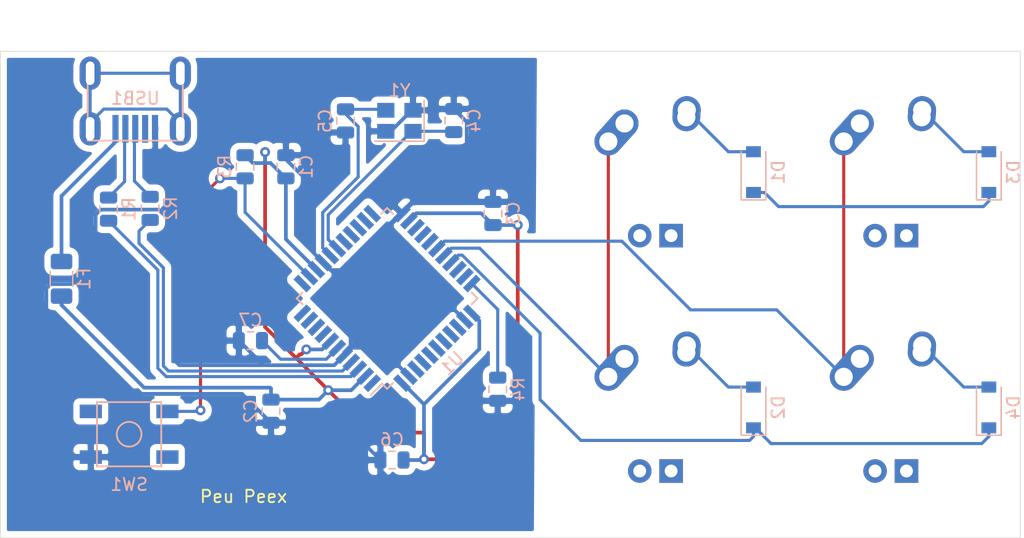
<source format=kicad_pcb>
(kicad_pcb (version 20171130) (host pcbnew "(5.1.4)-1")

  (general
    (thickness 1.6)
    (drawings 5)
    (tracks 233)
    (zones 0)
    (modules 24)
    (nets 46)
  )

  (page A4)
  (layers
    (0 F.Cu signal)
    (31 B.Cu signal)
    (32 B.Adhes user)
    (33 F.Adhes user)
    (34 B.Paste user)
    (35 F.Paste user)
    (36 B.SilkS user)
    (37 F.SilkS user)
    (38 B.Mask user)
    (39 F.Mask user)
    (40 Dwgs.User user)
    (41 Cmts.User user)
    (42 Eco1.User user)
    (43 Eco2.User user)
    (44 Edge.Cuts user)
    (45 Margin user)
    (46 B.CrtYd user)
    (47 F.CrtYd user)
    (48 B.Fab user)
    (49 F.Fab user)
  )

  (setup
    (last_trace_width 0.25)
    (trace_clearance 0.2)
    (zone_clearance 0.508)
    (zone_45_only no)
    (trace_min 0.2)
    (via_size 0.8)
    (via_drill 0.4)
    (via_min_size 0.4)
    (via_min_drill 0.3)
    (uvia_size 0.3)
    (uvia_drill 0.1)
    (uvias_allowed no)
    (uvia_min_size 0.2)
    (uvia_min_drill 0.1)
    (edge_width 0.05)
    (segment_width 0.2)
    (pcb_text_width 0.3)
    (pcb_text_size 1.5 1.5)
    (mod_edge_width 0.12)
    (mod_text_size 1 1)
    (mod_text_width 0.15)
    (pad_size 1.524 1.524)
    (pad_drill 0.762)
    (pad_to_mask_clearance 0.051)
    (solder_mask_min_width 0.25)
    (aux_axis_origin 0 0)
    (visible_elements 7FFFFFFF)
    (pcbplotparams
      (layerselection 0x010fc_ffffffff)
      (usegerberextensions false)
      (usegerberattributes false)
      (usegerberadvancedattributes false)
      (creategerberjobfile false)
      (excludeedgelayer true)
      (linewidth 0.100000)
      (plotframeref false)
      (viasonmask false)
      (mode 1)
      (useauxorigin false)
      (hpglpennumber 1)
      (hpglpenspeed 20)
      (hpglpendiameter 15.000000)
      (psnegative false)
      (psa4output false)
      (plotreference true)
      (plotvalue true)
      (plotinvisibletext false)
      (padsonsilk false)
      (subtractmaskfromsilk false)
      (outputformat 1)
      (mirror false)
      (drillshape 1)
      (scaleselection 1)
      (outputdirectory ""))
  )

  (net 0 "")
  (net 1 GND)
  (net 2 +5V)
  (net 3 "Net-(C4-Pad1)")
  (net 4 "Net-(C5-Pad1)")
  (net 5 "Net-(C7-Pad1)")
  (net 6 "Net-(D1-Pad2)")
  (net 7 ROW0)
  (net 8 "Net-(D2-Pad2)")
  (net 9 ROW1)
  (net 10 "Net-(D3-Pad2)")
  (net 11 "Net-(D4-Pad2)")
  (net 12 VCC)
  (net 13 COL0)
  (net 14 COL1)
  (net 15 D-)
  (net 16 "Net-(R1-Pad1)")
  (net 17 D+)
  (net 18 "Net-(R2-Pad1)")
  (net 19 "Net-(R3-Pad2)")
  (net 20 "Net-(R4-Pad2)")
  (net 21 "Net-(U1-Pad42)")
  (net 22 "Net-(U1-Pad41)")
  (net 23 "Net-(U1-Pad40)")
  (net 24 "Net-(U1-Pad39)")
  (net 25 "Net-(U1-Pad38)")
  (net 26 "Net-(U1-Pad37)")
  (net 27 "Net-(U1-Pad36)")
  (net 28 "Net-(U1-Pad32)")
  (net 29 "Net-(U1-Pad31)")
  (net 30 ROW2)
  (net 31 "Net-(U1-Pad26)")
  (net 32 "Net-(U1-Pad25)")
  (net 33 "Net-(U1-Pad22)")
  (net 34 "Net-(U1-Pad21)")
  (net 35 "Net-(U1-Pad20)")
  (net 36 "Net-(U1-Pad19)")
  (net 37 "Net-(U1-Pad18)")
  (net 38 "Net-(U1-Pad12)")
  (net 39 "Net-(U1-Pad11)")
  (net 40 "Net-(U1-Pad10)")
  (net 41 "Net-(U1-Pad9)")
  (net 42 "Net-(U1-Pad8)")
  (net 43 "Net-(U1-Pad1)")
  (net 44 "Net-(USB1-Pad6)")
  (net 45 "Net-(USB1-Pad2)")

  (net_class Default "Esta é a classe de rede padrão."
    (clearance 0.2)
    (trace_width 0.25)
    (via_dia 0.8)
    (via_drill 0.4)
    (uvia_dia 0.3)
    (uvia_drill 0.1)
    (add_net COL0)
    (add_net COL1)
    (add_net D+)
    (add_net D-)
    (add_net "Net-(C4-Pad1)")
    (add_net "Net-(C5-Pad1)")
    (add_net "Net-(C7-Pad1)")
    (add_net "Net-(D1-Pad2)")
    (add_net "Net-(D2-Pad2)")
    (add_net "Net-(D3-Pad2)")
    (add_net "Net-(D4-Pad2)")
    (add_net "Net-(R1-Pad1)")
    (add_net "Net-(R2-Pad1)")
    (add_net "Net-(R3-Pad2)")
    (add_net "Net-(R4-Pad2)")
    (add_net "Net-(U1-Pad1)")
    (add_net "Net-(U1-Pad10)")
    (add_net "Net-(U1-Pad11)")
    (add_net "Net-(U1-Pad12)")
    (add_net "Net-(U1-Pad18)")
    (add_net "Net-(U1-Pad19)")
    (add_net "Net-(U1-Pad20)")
    (add_net "Net-(U1-Pad21)")
    (add_net "Net-(U1-Pad22)")
    (add_net "Net-(U1-Pad25)")
    (add_net "Net-(U1-Pad26)")
    (add_net "Net-(U1-Pad31)")
    (add_net "Net-(U1-Pad32)")
    (add_net "Net-(U1-Pad36)")
    (add_net "Net-(U1-Pad37)")
    (add_net "Net-(U1-Pad38)")
    (add_net "Net-(U1-Pad39)")
    (add_net "Net-(U1-Pad40)")
    (add_net "Net-(U1-Pad41)")
    (add_net "Net-(U1-Pad42)")
    (add_net "Net-(U1-Pad8)")
    (add_net "Net-(U1-Pad9)")
    (add_net "Net-(USB1-Pad2)")
    (add_net "Net-(USB1-Pad6)")
    (add_net ROW0)
    (add_net ROW1)
    (add_net ROW2)
  )

  (net_class Power ""
    (clearance 0.2)
    (trace_width 0.3)
    (via_dia 0.8)
    (via_drill 0.4)
    (uvia_dia 0.3)
    (uvia_drill 0.1)
    (add_net +5V)
    (add_net GND)
    (add_net VCC)
  )

  (module MX_Alps_Hybrid:MX-1U (layer F.Cu) (tedit 5A9F3A9A) (tstamp 63B0F22C)
    (at 112.7125 61.9125)
    (path /63B31028)
    (fp_text reference MX3 (at 0 3.175) (layer Dwgs.User)
      (effects (font (size 1 1) (thickness 0.15)))
    )
    (fp_text value MX-NoLED (at 0 -7.9375) (layer Dwgs.User)
      (effects (font (size 1 1) (thickness 0.15)))
    )
    (fp_line (start -9.525 9.525) (end -9.525 -9.525) (layer Dwgs.User) (width 0.15))
    (fp_line (start 9.525 9.525) (end -9.525 9.525) (layer Dwgs.User) (width 0.15))
    (fp_line (start 9.525 -9.525) (end 9.525 9.525) (layer Dwgs.User) (width 0.15))
    (fp_line (start -9.525 -9.525) (end 9.525 -9.525) (layer Dwgs.User) (width 0.15))
    (fp_line (start -7 -7) (end -7 -5) (layer Dwgs.User) (width 0.15))
    (fp_line (start -5 -7) (end -7 -7) (layer Dwgs.User) (width 0.15))
    (fp_line (start -7 7) (end -5 7) (layer Dwgs.User) (width 0.15))
    (fp_line (start -7 5) (end -7 7) (layer Dwgs.User) (width 0.15))
    (fp_line (start 7 7) (end 7 5) (layer Dwgs.User) (width 0.15))
    (fp_line (start 5 7) (end 7 7) (layer Dwgs.User) (width 0.15))
    (fp_line (start 7 -7) (end 7 -5) (layer Dwgs.User) (width 0.15))
    (fp_line (start 5 -7) (end 7 -7) (layer Dwgs.User) (width 0.15))
    (pad "" np_thru_hole circle (at 5.08 0 48.0996) (size 1.75 1.75) (drill 1.75) (layers *.Cu *.Mask))
    (pad "" np_thru_hole circle (at -5.08 0 48.0996) (size 1.75 1.75) (drill 1.75) (layers *.Cu *.Mask))
    (pad 4 thru_hole rect (at 1.27 5.08) (size 1.905 1.905) (drill 1.04) (layers *.Cu B.Mask))
    (pad 3 thru_hole circle (at -1.27 5.08) (size 1.905 1.905) (drill 1.04) (layers *.Cu B.Mask))
    (pad 1 thru_hole circle (at -2.5 -4) (size 2.25 2.25) (drill 1.47) (layers *.Cu B.Mask)
      (net 14 COL1))
    (pad "" np_thru_hole circle (at 0 0) (size 3.9878 3.9878) (drill 3.9878) (layers *.Cu *.Mask))
    (pad 1 thru_hole oval (at -3.81 -2.54 48.0996) (size 4.211556 2.25) (drill 1.47 (offset 0.980778 0)) (layers *.Cu B.Mask)
      (net 14 COL1))
    (pad 2 thru_hole circle (at 2.54 -5.08) (size 2.25 2.25) (drill 1.47) (layers *.Cu B.Mask)
      (net 10 "Net-(D3-Pad2)"))
    (pad 2 thru_hole oval (at 2.5 -4.5 86.0548) (size 2.831378 2.25) (drill 1.47 (offset 0.290689 0)) (layers *.Cu B.Mask)
      (net 10 "Net-(D3-Pad2)"))
  )

  (module Capacitor_SMD:C_0805_2012Metric (layer B.Cu) (tedit 5B36C52B) (tstamp 63B0F117)
    (at 62.5475 81.2015 270)
    (descr "Capacitor SMD 0805 (2012 Metric), square (rectangular) end terminal, IPC_7351 nominal, (Body size source: https://docs.google.com/spreadsheets/d/1BsfQQcO9C6DZCsRaXUlFlo91Tg2WpOkGARC1WS5S8t0/edit?usp=sharing), generated with kicad-footprint-generator")
    (tags capacitor)
    (path /63B13132)
    (attr smd)
    (fp_text reference C2 (at 0 1.65 270) (layer B.SilkS)
      (effects (font (size 1 1) (thickness 0.15)) (justify mirror))
    )
    (fp_text value 0.1uF (at 0 -1.65 270) (layer B.Fab)
      (effects (font (size 1 1) (thickness 0.15)) (justify mirror))
    )
    (fp_text user %R (at 0 0 270) (layer B.Fab)
      (effects (font (size 0.5 0.5) (thickness 0.08)) (justify mirror))
    )
    (fp_line (start 1.68 -0.95) (end -1.68 -0.95) (layer B.CrtYd) (width 0.05))
    (fp_line (start 1.68 0.95) (end 1.68 -0.95) (layer B.CrtYd) (width 0.05))
    (fp_line (start -1.68 0.95) (end 1.68 0.95) (layer B.CrtYd) (width 0.05))
    (fp_line (start -1.68 -0.95) (end -1.68 0.95) (layer B.CrtYd) (width 0.05))
    (fp_line (start -0.258578 -0.71) (end 0.258578 -0.71) (layer B.SilkS) (width 0.12))
    (fp_line (start -0.258578 0.71) (end 0.258578 0.71) (layer B.SilkS) (width 0.12))
    (fp_line (start 1 -0.6) (end -1 -0.6) (layer B.Fab) (width 0.1))
    (fp_line (start 1 0.6) (end 1 -0.6) (layer B.Fab) (width 0.1))
    (fp_line (start -1 0.6) (end 1 0.6) (layer B.Fab) (width 0.1))
    (fp_line (start -1 -0.6) (end -1 0.6) (layer B.Fab) (width 0.1))
    (pad 2 smd roundrect (at 0.9375 0 270) (size 0.975 1.4) (layers B.Cu B.Paste B.Mask) (roundrect_rratio 0.25)
      (net 1 GND))
    (pad 1 smd roundrect (at -0.9375 0 270) (size 0.975 1.4) (layers B.Cu B.Paste B.Mask) (roundrect_rratio 0.25)
      (net 2 +5V))
    (model ${KISYS3DMOD}/Capacitor_SMD.3dshapes/C_0805_2012Metric.wrl
      (at (xyz 0 0 0))
      (scale (xyz 1 1 1))
      (rotate (xyz 0 0 0))
    )
  )

  (module Crystal:Crystal_SMD_3225-4Pin_3.2x2.5mm (layer B.Cu) (tedit 5A0FD1B2) (tstamp 63B0F31E)
    (at 72.941 57.697 180)
    (descr "SMD Crystal SERIES SMD3225/4 http://www.txccrystal.com/images/pdf/7m-accuracy.pdf, 3.2x2.5mm^2 package")
    (tags "SMD SMT crystal")
    (path /63B18BDC)
    (attr smd)
    (fp_text reference Y1 (at 0 2.45) (layer B.SilkS)
      (effects (font (size 1 1) (thickness 0.15)) (justify mirror))
    )
    (fp_text value 16MHz (at 0 -2.45) (layer B.Fab)
      (effects (font (size 1 1) (thickness 0.15)) (justify mirror))
    )
    (fp_line (start 2.1 1.7) (end -2.1 1.7) (layer B.CrtYd) (width 0.05))
    (fp_line (start 2.1 -1.7) (end 2.1 1.7) (layer B.CrtYd) (width 0.05))
    (fp_line (start -2.1 -1.7) (end 2.1 -1.7) (layer B.CrtYd) (width 0.05))
    (fp_line (start -2.1 1.7) (end -2.1 -1.7) (layer B.CrtYd) (width 0.05))
    (fp_line (start -2 -1.65) (end 2 -1.65) (layer B.SilkS) (width 0.12))
    (fp_line (start -2 1.65) (end -2 -1.65) (layer B.SilkS) (width 0.12))
    (fp_line (start -1.6 -0.25) (end -0.6 -1.25) (layer B.Fab) (width 0.1))
    (fp_line (start 1.6 1.25) (end -1.6 1.25) (layer B.Fab) (width 0.1))
    (fp_line (start 1.6 -1.25) (end 1.6 1.25) (layer B.Fab) (width 0.1))
    (fp_line (start -1.6 -1.25) (end 1.6 -1.25) (layer B.Fab) (width 0.1))
    (fp_line (start -1.6 1.25) (end -1.6 -1.25) (layer B.Fab) (width 0.1))
    (fp_text user %R (at 0 0) (layer B.Fab)
      (effects (font (size 0.7 0.7) (thickness 0.105)) (justify mirror))
    )
    (pad 4 smd rect (at -1.1 0.85 180) (size 1.4 1.2) (layers B.Cu B.Paste B.Mask)
      (net 1 GND))
    (pad 3 smd rect (at 1.1 0.85 180) (size 1.4 1.2) (layers B.Cu B.Paste B.Mask)
      (net 4 "Net-(C5-Pad1)"))
    (pad 2 smd rect (at 1.1 -0.85 180) (size 1.4 1.2) (layers B.Cu B.Paste B.Mask)
      (net 1 GND))
    (pad 1 smd rect (at -1.1 -0.85 180) (size 1.4 1.2) (layers B.Cu B.Paste B.Mask)
      (net 3 "Net-(C4-Pad1)"))
    (model ${KISYS3DMOD}/Crystal.3dshapes/Crystal_SMD_3225-4Pin_3.2x2.5mm.wrl
      (at (xyz 0 0 0))
      (scale (xyz 1 1 1))
      (rotate (xyz 0 0 0))
    )
  )

  (module random-keyboard-parts:Molex-0548190589 (layer B.Cu) (tedit 5C494815) (tstamp 63B0F30A)
    (at 51.562 53.848 270)
    (path /63B266D0)
    (attr smd)
    (fp_text reference USB1 (at 2.032 0) (layer B.SilkS)
      (effects (font (size 1 1) (thickness 0.15)) (justify mirror))
    )
    (fp_text value Molex-0548190589 (at -5.08 0) (layer Dwgs.User)
      (effects (font (size 1 1) (thickness 0.15)))
    )
    (fp_text user %R (at 2 0) (layer B.CrtYd)
      (effects (font (size 1 1) (thickness 0.15)) (justify mirror))
    )
    (fp_line (start 3.25 1.25) (end 5.5 1.25) (layer B.CrtYd) (width 0.15))
    (fp_line (start 5.5 0.5) (end 3.25 0.5) (layer B.CrtYd) (width 0.15))
    (fp_line (start 3.25 -0.5) (end 5.5 -0.5) (layer B.CrtYd) (width 0.15))
    (fp_line (start 5.5 -1.25) (end 3.25 -1.25) (layer B.CrtYd) (width 0.15))
    (fp_line (start 3.25 -2) (end 5.5 -2) (layer B.CrtYd) (width 0.15))
    (fp_line (start 3.25 2) (end 3.25 -2) (layer B.CrtYd) (width 0.15))
    (fp_line (start 5.5 2) (end 3.25 2) (layer B.CrtYd) (width 0.15))
    (fp_line (start -3.75 -3.75) (end -3.75 3.75) (layer B.CrtYd) (width 0.15))
    (fp_line (start 5.5 -3.75) (end -3.75 -3.75) (layer B.CrtYd) (width 0.15))
    (fp_line (start 5.5 3.75) (end 5.5 -3.75) (layer B.CrtYd) (width 0.15))
    (fp_line (start -3.75 3.75) (end 5.5 3.75) (layer B.CrtYd) (width 0.15))
    (fp_line (start 0 3.85) (end 5.45 3.85) (layer B.SilkS) (width 0.15))
    (fp_line (start 0 -3.85) (end 5.45 -3.85) (layer B.SilkS) (width 0.15))
    (fp_line (start 5.45 3.85) (end 5.45 -3.85) (layer B.SilkS) (width 0.15))
    (fp_line (start -3.75 3.85) (end 0 3.85) (layer Dwgs.User) (width 0.15))
    (fp_line (start -3.75 -3.85) (end 0 -3.85) (layer Dwgs.User) (width 0.15))
    (fp_line (start -1.75 4.572) (end -1.75 -4.572) (layer Dwgs.User) (width 0.15))
    (fp_line (start -3.75 3.85) (end -3.75 -3.85) (layer Dwgs.User) (width 0.15))
    (pad 6 thru_hole oval (at 0 3.65 270) (size 2.7 1.7) (drill oval 1.9 0.7) (layers *.Cu *.Mask)
      (net 44 "Net-(USB1-Pad6)"))
    (pad 6 thru_hole oval (at 0 -3.65 270) (size 2.7 1.7) (drill oval 1.9 0.7) (layers *.Cu *.Mask)
      (net 44 "Net-(USB1-Pad6)"))
    (pad 6 thru_hole oval (at 4.5 -3.65 270) (size 2.7 1.7) (drill oval 1.9 0.7) (layers *.Cu *.Mask)
      (net 44 "Net-(USB1-Pad6)"))
    (pad 6 thru_hole oval (at 4.5 3.65 270) (size 2.7 1.7) (drill oval 1.9 0.7) (layers *.Cu *.Mask)
      (net 44 "Net-(USB1-Pad6)"))
    (pad 5 smd rect (at 4.5 1.6 270) (size 2.25 0.5) (layers B.Cu B.Paste B.Mask)
      (net 12 VCC))
    (pad 4 smd rect (at 4.5 0.8 270) (size 2.25 0.5) (layers B.Cu B.Paste B.Mask)
      (net 15 D-))
    (pad 3 smd rect (at 4.5 0 270) (size 2.25 0.5) (layers B.Cu B.Paste B.Mask)
      (net 17 D+))
    (pad 2 smd rect (at 4.5 -0.8 270) (size 2.25 0.5) (layers B.Cu B.Paste B.Mask)
      (net 45 "Net-(USB1-Pad2)"))
    (pad 1 smd rect (at 4.5 -1.6 270) (size 2.25 0.5) (layers B.Cu B.Paste B.Mask)
      (net 1 GND))
  )

  (module Package_QFP:TQFP-44_10x10mm_P0.8mm (layer B.Cu) (tedit 5A02F146) (tstamp 63B0F2EA)
    (at 71.9455 72.0725 45)
    (descr "44-Lead Plastic Thin Quad Flatpack (PT) - 10x10x1.0 mm Body [TQFP] (see Microchip Packaging Specification 00000049BS.pdf)")
    (tags "QFP 0.8")
    (path /63B084C1)
    (attr smd)
    (fp_text reference U1 (at 0 7.45 45) (layer B.SilkS)
      (effects (font (size 1 1) (thickness 0.15)) (justify mirror))
    )
    (fp_text value ATmega32U4-AU (at 0 -7.45 45) (layer B.Fab)
      (effects (font (size 1 1) (thickness 0.15)) (justify mirror))
    )
    (fp_line (start -5.175 4.6) (end -6.45 4.6) (layer B.SilkS) (width 0.15))
    (fp_line (start 5.175 5.175) (end 4.5 5.175) (layer B.SilkS) (width 0.15))
    (fp_line (start 5.175 -5.175) (end 4.5 -5.175) (layer B.SilkS) (width 0.15))
    (fp_line (start -5.175 -5.175) (end -4.5 -5.175) (layer B.SilkS) (width 0.15))
    (fp_line (start -5.175 5.175) (end -4.5 5.175) (layer B.SilkS) (width 0.15))
    (fp_line (start -5.175 -5.175) (end -5.175 -4.5) (layer B.SilkS) (width 0.15))
    (fp_line (start 5.175 -5.175) (end 5.175 -4.5) (layer B.SilkS) (width 0.15))
    (fp_line (start 5.175 5.175) (end 5.175 4.5) (layer B.SilkS) (width 0.15))
    (fp_line (start -5.175 5.175) (end -5.175 4.6) (layer B.SilkS) (width 0.15))
    (fp_line (start -6.7 -6.7) (end 6.7 -6.7) (layer B.CrtYd) (width 0.05))
    (fp_line (start -6.7 6.7) (end 6.7 6.7) (layer B.CrtYd) (width 0.05))
    (fp_line (start 6.7 6.7) (end 6.7 -6.7) (layer B.CrtYd) (width 0.05))
    (fp_line (start -6.7 6.7) (end -6.7 -6.7) (layer B.CrtYd) (width 0.05))
    (fp_line (start -5 4) (end -4 5) (layer B.Fab) (width 0.15))
    (fp_line (start -5 -5) (end -5 4) (layer B.Fab) (width 0.15))
    (fp_line (start 5 -5) (end -5 -5) (layer B.Fab) (width 0.15))
    (fp_line (start 5 5) (end 5 -5) (layer B.Fab) (width 0.15))
    (fp_line (start -4 5) (end 5 5) (layer B.Fab) (width 0.15))
    (fp_text user %R (at 0 0 45) (layer B.Fab)
      (effects (font (size 1 1) (thickness 0.15)) (justify mirror))
    )
    (pad 44 smd rect (at -4 5.7 315) (size 1.5 0.55) (layers B.Cu B.Paste B.Mask)
      (net 2 +5V))
    (pad 43 smd rect (at -3.2 5.7 315) (size 1.5 0.55) (layers B.Cu B.Paste B.Mask)
      (net 1 GND))
    (pad 42 smd rect (at -2.4 5.7 315) (size 1.5 0.55) (layers B.Cu B.Paste B.Mask)
      (net 21 "Net-(U1-Pad42)"))
    (pad 41 smd rect (at -1.6 5.7 315) (size 1.5 0.55) (layers B.Cu B.Paste B.Mask)
      (net 22 "Net-(U1-Pad41)"))
    (pad 40 smd rect (at -0.8 5.7 315) (size 1.5 0.55) (layers B.Cu B.Paste B.Mask)
      (net 23 "Net-(U1-Pad40)"))
    (pad 39 smd rect (at 0 5.7 315) (size 1.5 0.55) (layers B.Cu B.Paste B.Mask)
      (net 24 "Net-(U1-Pad39)"))
    (pad 38 smd rect (at 0.8 5.7 315) (size 1.5 0.55) (layers B.Cu B.Paste B.Mask)
      (net 25 "Net-(U1-Pad38)"))
    (pad 37 smd rect (at 1.6 5.7 315) (size 1.5 0.55) (layers B.Cu B.Paste B.Mask)
      (net 26 "Net-(U1-Pad37)"))
    (pad 36 smd rect (at 2.4 5.7 315) (size 1.5 0.55) (layers B.Cu B.Paste B.Mask)
      (net 27 "Net-(U1-Pad36)"))
    (pad 35 smd rect (at 3.2 5.7 315) (size 1.5 0.55) (layers B.Cu B.Paste B.Mask)
      (net 1 GND))
    (pad 34 smd rect (at 4 5.7 315) (size 1.5 0.55) (layers B.Cu B.Paste B.Mask)
      (net 2 +5V))
    (pad 33 smd rect (at 5.7 4 45) (size 1.5 0.55) (layers B.Cu B.Paste B.Mask)
      (net 20 "Net-(R4-Pad2)"))
    (pad 32 smd rect (at 5.7 3.2 45) (size 1.5 0.55) (layers B.Cu B.Paste B.Mask)
      (net 28 "Net-(U1-Pad32)"))
    (pad 31 smd rect (at 5.7 2.4 45) (size 1.5 0.55) (layers B.Cu B.Paste B.Mask)
      (net 29 "Net-(U1-Pad31)"))
    (pad 30 smd rect (at 5.7 1.6 45) (size 1.5 0.55) (layers B.Cu B.Paste B.Mask)
      (net 9 ROW1))
    (pad 29 smd rect (at 5.7 0.8 45) (size 1.5 0.55) (layers B.Cu B.Paste B.Mask)
      (net 13 COL0))
    (pad 28 smd rect (at 5.7 0 45) (size 1.5 0.55) (layers B.Cu B.Paste B.Mask)
      (net 14 COL1))
    (pad 27 smd rect (at 5.7 -0.8 45) (size 1.5 0.55) (layers B.Cu B.Paste B.Mask)
      (net 30 ROW2))
    (pad 26 smd rect (at 5.7 -1.6 45) (size 1.5 0.55) (layers B.Cu B.Paste B.Mask)
      (net 31 "Net-(U1-Pad26)"))
    (pad 25 smd rect (at 5.7 -2.4 45) (size 1.5 0.55) (layers B.Cu B.Paste B.Mask)
      (net 32 "Net-(U1-Pad25)"))
    (pad 24 smd rect (at 5.7 -3.2 45) (size 1.5 0.55) (layers B.Cu B.Paste B.Mask)
      (net 2 +5V))
    (pad 23 smd rect (at 5.7 -4 45) (size 1.5 0.55) (layers B.Cu B.Paste B.Mask)
      (net 1 GND))
    (pad 22 smd rect (at 4 -5.7 315) (size 1.5 0.55) (layers B.Cu B.Paste B.Mask)
      (net 33 "Net-(U1-Pad22)"))
    (pad 21 smd rect (at 3.2 -5.7 315) (size 1.5 0.55) (layers B.Cu B.Paste B.Mask)
      (net 34 "Net-(U1-Pad21)"))
    (pad 20 smd rect (at 2.4 -5.7 315) (size 1.5 0.55) (layers B.Cu B.Paste B.Mask)
      (net 35 "Net-(U1-Pad20)"))
    (pad 19 smd rect (at 1.6 -5.7 315) (size 1.5 0.55) (layers B.Cu B.Paste B.Mask)
      (net 36 "Net-(U1-Pad19)"))
    (pad 18 smd rect (at 0.8 -5.7 315) (size 1.5 0.55) (layers B.Cu B.Paste B.Mask)
      (net 37 "Net-(U1-Pad18)"))
    (pad 17 smd rect (at 0 -5.7 315) (size 1.5 0.55) (layers B.Cu B.Paste B.Mask)
      (net 3 "Net-(C4-Pad1)"))
    (pad 16 smd rect (at -0.8 -5.7 315) (size 1.5 0.55) (layers B.Cu B.Paste B.Mask)
      (net 4 "Net-(C5-Pad1)"))
    (pad 15 smd rect (at -1.6 -5.7 315) (size 1.5 0.55) (layers B.Cu B.Paste B.Mask)
      (net 1 GND))
    (pad 14 smd rect (at -2.4 -5.7 315) (size 1.5 0.55) (layers B.Cu B.Paste B.Mask)
      (net 2 +5V))
    (pad 13 smd rect (at -3.2 -5.7 315) (size 1.5 0.55) (layers B.Cu B.Paste B.Mask)
      (net 19 "Net-(R3-Pad2)"))
    (pad 12 smd rect (at -4 -5.7 315) (size 1.5 0.55) (layers B.Cu B.Paste B.Mask)
      (net 38 "Net-(U1-Pad12)"))
    (pad 11 smd rect (at -5.7 -4 45) (size 1.5 0.55) (layers B.Cu B.Paste B.Mask)
      (net 39 "Net-(U1-Pad11)"))
    (pad 10 smd rect (at -5.7 -3.2 45) (size 1.5 0.55) (layers B.Cu B.Paste B.Mask)
      (net 40 "Net-(U1-Pad10)"))
    (pad 9 smd rect (at -5.7 -2.4 45) (size 1.5 0.55) (layers B.Cu B.Paste B.Mask)
      (net 41 "Net-(U1-Pad9)"))
    (pad 8 smd rect (at -5.7 -1.6 45) (size 1.5 0.55) (layers B.Cu B.Paste B.Mask)
      (net 42 "Net-(U1-Pad8)"))
    (pad 7 smd rect (at -5.7 -0.8 45) (size 1.5 0.55) (layers B.Cu B.Paste B.Mask)
      (net 2 +5V))
    (pad 6 smd rect (at -5.7 0 45) (size 1.5 0.55) (layers B.Cu B.Paste B.Mask)
      (net 5 "Net-(C7-Pad1)"))
    (pad 5 smd rect (at -5.7 0.8 45) (size 1.5 0.55) (layers B.Cu B.Paste B.Mask)
      (net 1 GND))
    (pad 4 smd rect (at -5.7 1.6 45) (size 1.5 0.55) (layers B.Cu B.Paste B.Mask)
      (net 18 "Net-(R2-Pad1)"))
    (pad 3 smd rect (at -5.7 2.4 45) (size 1.5 0.55) (layers B.Cu B.Paste B.Mask)
      (net 16 "Net-(R1-Pad1)"))
    (pad 2 smd rect (at -5.7 3.2 45) (size 1.5 0.55) (layers B.Cu B.Paste B.Mask)
      (net 2 +5V))
    (pad 1 smd rect (at -5.7 4 45) (size 1.5 0.55) (layers B.Cu B.Paste B.Mask)
      (net 43 "Net-(U1-Pad1)"))
    (model ${KISYS3DMOD}/Package_QFP.3dshapes/TQFP-44_10x10mm_P0.8mm.wrl
      (at (xyz 0 0 0))
      (scale (xyz 1 1 1))
      (rotate (xyz 0 0 0))
    )
  )

  (module random-keyboard-parts:SKQG-1155865 (layer B.Cu) (tedit 5E62B398) (tstamp 63B0F2A7)
    (at 51.0655 83.0665 180)
    (path /63B1FD95)
    (attr smd)
    (fp_text reference SW1 (at 0 -4.064) (layer B.SilkS)
      (effects (font (size 1 1) (thickness 0.15)) (justify mirror))
    )
    (fp_text value SW_Push (at 0 4.064) (layer B.Fab)
      (effects (font (size 1 1) (thickness 0.15)) (justify mirror))
    )
    (fp_line (start -2.6 2.6) (end 2.6 2.6) (layer B.SilkS) (width 0.15))
    (fp_line (start 2.6 2.6) (end 2.6 -2.6) (layer B.SilkS) (width 0.15))
    (fp_line (start 2.6 -2.6) (end -2.6 -2.6) (layer B.SilkS) (width 0.15))
    (fp_line (start -2.6 -2.6) (end -2.6 2.6) (layer B.SilkS) (width 0.15))
    (fp_circle (center 0 0) (end 1 0) (layer B.SilkS) (width 0.15))
    (fp_line (start -4.2 2.6) (end 4.2 2.6) (layer B.Fab) (width 0.15))
    (fp_line (start 4.2 2.6) (end 4.2 1.2) (layer B.Fab) (width 0.15))
    (fp_line (start 4.2 1.1) (end 2.6 1.1) (layer B.Fab) (width 0.15))
    (fp_line (start 2.6 1.1) (end 2.6 -1.1) (layer B.Fab) (width 0.15))
    (fp_line (start 2.6 -1.1) (end 4.2 -1.1) (layer B.Fab) (width 0.15))
    (fp_line (start 4.2 -1.1) (end 4.2 -2.6) (layer B.Fab) (width 0.15))
    (fp_line (start 4.2 -2.6) (end -4.2 -2.6) (layer B.Fab) (width 0.15))
    (fp_line (start -4.2 -2.6) (end -4.2 -1.1) (layer B.Fab) (width 0.15))
    (fp_line (start -4.2 -1.1) (end -2.6 -1.1) (layer B.Fab) (width 0.15))
    (fp_line (start -2.6 -1.1) (end -2.6 1.1) (layer B.Fab) (width 0.15))
    (fp_line (start -2.6 1.1) (end -4.2 1.1) (layer B.Fab) (width 0.15))
    (fp_line (start -4.2 1.1) (end -4.2 2.6) (layer B.Fab) (width 0.15))
    (fp_circle (center 0 0) (end 1 0) (layer B.Fab) (width 0.15))
    (fp_line (start -2.6 1.1) (end -1.1 2.6) (layer B.Fab) (width 0.15))
    (fp_line (start 2.6 1.1) (end 1.1 2.6) (layer B.Fab) (width 0.15))
    (fp_line (start 2.6 -1.1) (end 1.1 -2.6) (layer B.Fab) (width 0.15))
    (fp_line (start -2.6 -1.1) (end -1.1 -2.6) (layer B.Fab) (width 0.15))
    (pad 4 smd rect (at -3.1 -1.85 180) (size 1.8 1.1) (layers B.Cu B.Paste B.Mask))
    (pad 3 smd rect (at 3.1 1.85 180) (size 1.8 1.1) (layers B.Cu B.Paste B.Mask))
    (pad 2 smd rect (at -3.1 1.85 180) (size 1.8 1.1) (layers B.Cu B.Paste B.Mask)
      (net 19 "Net-(R3-Pad2)"))
    (pad 1 smd rect (at 3.1 -1.85 180) (size 1.8 1.1) (layers B.Cu B.Paste B.Mask)
      (net 1 GND))
    (model ${KISYS3DMOD}/Button_Switch_SMD.3dshapes/SW_SPST_TL3342.step
      (at (xyz 0 0 0))
      (scale (xyz 1 1 1))
      (rotate (xyz 0 0 0))
    )
  )

  (module Resistor_SMD:R_0805_2012Metric (layer B.Cu) (tedit 5B36C52B) (tstamp 63B0F289)
    (at 80.899 79.4235 90)
    (descr "Resistor SMD 0805 (2012 Metric), square (rectangular) end terminal, IPC_7351 nominal, (Body size source: https://docs.google.com/spreadsheets/d/1BsfQQcO9C6DZCsRaXUlFlo91Tg2WpOkGARC1WS5S8t0/edit?usp=sharing), generated with kicad-footprint-generator")
    (tags resistor)
    (path /63B0C648)
    (attr smd)
    (fp_text reference R4 (at 0 1.65 270) (layer B.SilkS)
      (effects (font (size 1 1) (thickness 0.15)) (justify mirror))
    )
    (fp_text value 10k (at 0 -1.65 270) (layer B.Fab)
      (effects (font (size 1 1) (thickness 0.15)) (justify mirror))
    )
    (fp_text user %R (at 0 0 270) (layer B.Fab)
      (effects (font (size 0.5 0.5) (thickness 0.08)) (justify mirror))
    )
    (fp_line (start 1.68 -0.95) (end -1.68 -0.95) (layer B.CrtYd) (width 0.05))
    (fp_line (start 1.68 0.95) (end 1.68 -0.95) (layer B.CrtYd) (width 0.05))
    (fp_line (start -1.68 0.95) (end 1.68 0.95) (layer B.CrtYd) (width 0.05))
    (fp_line (start -1.68 -0.95) (end -1.68 0.95) (layer B.CrtYd) (width 0.05))
    (fp_line (start -0.258578 -0.71) (end 0.258578 -0.71) (layer B.SilkS) (width 0.12))
    (fp_line (start -0.258578 0.71) (end 0.258578 0.71) (layer B.SilkS) (width 0.12))
    (fp_line (start 1 -0.6) (end -1 -0.6) (layer B.Fab) (width 0.1))
    (fp_line (start 1 0.6) (end 1 -0.6) (layer B.Fab) (width 0.1))
    (fp_line (start -1 0.6) (end 1 0.6) (layer B.Fab) (width 0.1))
    (fp_line (start -1 -0.6) (end -1 0.6) (layer B.Fab) (width 0.1))
    (pad 2 smd roundrect (at 0.9375 0 90) (size 0.975 1.4) (layers B.Cu B.Paste B.Mask) (roundrect_rratio 0.25)
      (net 20 "Net-(R4-Pad2)"))
    (pad 1 smd roundrect (at -0.9375 0 90) (size 0.975 1.4) (layers B.Cu B.Paste B.Mask) (roundrect_rratio 0.25)
      (net 1 GND))
    (model ${KISYS3DMOD}/Resistor_SMD.3dshapes/R_0805_2012Metric.wrl
      (at (xyz 0 0 0))
      (scale (xyz 1 1 1))
      (rotate (xyz 0 0 0))
    )
  )

  (module Resistor_SMD:R_0805_2012Metric (layer B.Cu) (tedit 5B36C52B) (tstamp 63B0F278)
    (at 60.452 61.4195 270)
    (descr "Resistor SMD 0805 (2012 Metric), square (rectangular) end terminal, IPC_7351 nominal, (Body size source: https://docs.google.com/spreadsheets/d/1BsfQQcO9C6DZCsRaXUlFlo91Tg2WpOkGARC1WS5S8t0/edit?usp=sharing), generated with kicad-footprint-generator")
    (tags resistor)
    (path /63B221C7)
    (attr smd)
    (fp_text reference R3 (at 0 1.65 270) (layer B.SilkS)
      (effects (font (size 1 1) (thickness 0.15)) (justify mirror))
    )
    (fp_text value 10k (at 0 -1.65 270) (layer B.Fab)
      (effects (font (size 1 1) (thickness 0.15)) (justify mirror))
    )
    (fp_text user %R (at 1 -0.6 270) (layer B.Fab)
      (effects (font (size 0.5 0.5) (thickness 0.08)) (justify mirror))
    )
    (fp_line (start 1.68 -0.95) (end -1.68 -0.95) (layer B.CrtYd) (width 0.05))
    (fp_line (start 1.68 0.95) (end 1.68 -0.95) (layer B.CrtYd) (width 0.05))
    (fp_line (start -1.68 0.95) (end 1.68 0.95) (layer B.CrtYd) (width 0.05))
    (fp_line (start -1.68 -0.95) (end -1.68 0.95) (layer B.CrtYd) (width 0.05))
    (fp_line (start -0.258578 -0.71) (end 0.258578 -0.71) (layer B.SilkS) (width 0.12))
    (fp_line (start -0.258578 0.71) (end 0.258578 0.71) (layer B.SilkS) (width 0.12))
    (fp_line (start 1 -0.6) (end -1 -0.6) (layer B.Fab) (width 0.1))
    (fp_line (start 1 0.6) (end 1 -0.6) (layer B.Fab) (width 0.1))
    (fp_line (start -1 0.6) (end 1 0.6) (layer B.Fab) (width 0.1))
    (fp_line (start -1 -0.6) (end -1 0.6) (layer B.Fab) (width 0.1))
    (pad 2 smd roundrect (at 0.9375 0 270) (size 0.975 1.4) (layers B.Cu B.Paste B.Mask) (roundrect_rratio 0.25)
      (net 19 "Net-(R3-Pad2)"))
    (pad 1 smd roundrect (at -0.9375 0 270) (size 0.975 1.4) (layers B.Cu B.Paste B.Mask) (roundrect_rratio 0.25)
      (net 2 +5V))
    (model ${KISYS3DMOD}/Resistor_SMD.3dshapes/R_0805_2012Metric.wrl
      (at (xyz 0 0 0))
      (scale (xyz 1 1 1))
      (rotate (xyz 0 0 0))
    )
  )

  (module Resistor_SMD:R_0805_2012Metric (layer B.Cu) (tedit 5B36C52B) (tstamp 63B0F267)
    (at 52.7685 64.785 90)
    (descr "Resistor SMD 0805 (2012 Metric), square (rectangular) end terminal, IPC_7351 nominal, (Body size source: https://docs.google.com/spreadsheets/d/1BsfQQcO9C6DZCsRaXUlFlo91Tg2WpOkGARC1WS5S8t0/edit?usp=sharing), generated with kicad-footprint-generator")
    (tags resistor)
    (path /63B0EB58)
    (attr smd)
    (fp_text reference R2 (at 0 1.65 270) (layer B.SilkS)
      (effects (font (size 1 1) (thickness 0.15)) (justify mirror))
    )
    (fp_text value 22ohm (at 0 -1.65 270) (layer B.Fab)
      (effects (font (size 1 1) (thickness 0.15)) (justify mirror))
    )
    (fp_text user %R (at 0 0 270) (layer B.Fab)
      (effects (font (size 0.5 0.5) (thickness 0.08)) (justify mirror))
    )
    (fp_line (start 1.68 -0.95) (end -1.68 -0.95) (layer B.CrtYd) (width 0.05))
    (fp_line (start 1.68 0.95) (end 1.68 -0.95) (layer B.CrtYd) (width 0.05))
    (fp_line (start -1.68 0.95) (end 1.68 0.95) (layer B.CrtYd) (width 0.05))
    (fp_line (start -1.68 -0.95) (end -1.68 0.95) (layer B.CrtYd) (width 0.05))
    (fp_line (start -0.258578 -0.71) (end 0.258578 -0.71) (layer B.SilkS) (width 0.12))
    (fp_line (start -0.258578 0.71) (end 0.258578 0.71) (layer B.SilkS) (width 0.12))
    (fp_line (start 1 -0.6) (end -1 -0.6) (layer B.Fab) (width 0.1))
    (fp_line (start 1 0.6) (end 1 -0.6) (layer B.Fab) (width 0.1))
    (fp_line (start -1 0.6) (end 1 0.6) (layer B.Fab) (width 0.1))
    (fp_line (start -1 -0.6) (end -1 0.6) (layer B.Fab) (width 0.1))
    (pad 2 smd roundrect (at 0.9375 0 90) (size 0.975 1.4) (layers B.Cu B.Paste B.Mask) (roundrect_rratio 0.25)
      (net 17 D+))
    (pad 1 smd roundrect (at -0.9375 0 90) (size 0.975 1.4) (layers B.Cu B.Paste B.Mask) (roundrect_rratio 0.25)
      (net 18 "Net-(R2-Pad1)"))
    (model ${KISYS3DMOD}/Resistor_SMD.3dshapes/R_0805_2012Metric.wrl
      (at (xyz 0 0 0))
      (scale (xyz 1 1 1))
      (rotate (xyz 0 0 0))
    )
  )

  (module Resistor_SMD:R_0805_2012Metric (layer B.Cu) (tedit 5B36C52B) (tstamp 63B0F256)
    (at 49.403 64.8485 90)
    (descr "Resistor SMD 0805 (2012 Metric), square (rectangular) end terminal, IPC_7351 nominal, (Body size source: https://docs.google.com/spreadsheets/d/1BsfQQcO9C6DZCsRaXUlFlo91Tg2WpOkGARC1WS5S8t0/edit?usp=sharing), generated with kicad-footprint-generator")
    (tags resistor)
    (path /63B0F610)
    (attr smd)
    (fp_text reference R1 (at 0 1.65 270) (layer B.SilkS)
      (effects (font (size 1 1) (thickness 0.15)) (justify mirror))
    )
    (fp_text value 22ohm (at 0 -1.65 270) (layer B.Fab)
      (effects (font (size 1 1) (thickness 0.15)) (justify mirror))
    )
    (fp_text user %R (at 0 0 270) (layer B.Fab)
      (effects (font (size 0.5 0.5) (thickness 0.08)) (justify mirror))
    )
    (fp_line (start 1.68 -0.95) (end -1.68 -0.95) (layer B.CrtYd) (width 0.05))
    (fp_line (start 1.68 0.95) (end 1.68 -0.95) (layer B.CrtYd) (width 0.05))
    (fp_line (start -1.68 0.95) (end 1.68 0.95) (layer B.CrtYd) (width 0.05))
    (fp_line (start -1.68 -0.95) (end -1.68 0.95) (layer B.CrtYd) (width 0.05))
    (fp_line (start -0.258578 -0.71) (end 0.258578 -0.71) (layer B.SilkS) (width 0.12))
    (fp_line (start -0.258578 0.71) (end 0.258578 0.71) (layer B.SilkS) (width 0.12))
    (fp_line (start 1 -0.6) (end -1 -0.6) (layer B.Fab) (width 0.1))
    (fp_line (start 1 0.6) (end 1 -0.6) (layer B.Fab) (width 0.1))
    (fp_line (start -1 0.6) (end 1 0.6) (layer B.Fab) (width 0.1))
    (fp_line (start -1 -0.6) (end -1 0.6) (layer B.Fab) (width 0.1))
    (pad 2 smd roundrect (at 0.9375 0 90) (size 0.975 1.4) (layers B.Cu B.Paste B.Mask) (roundrect_rratio 0.25)
      (net 15 D-))
    (pad 1 smd roundrect (at -0.9375 0 90) (size 0.975 1.4) (layers B.Cu B.Paste B.Mask) (roundrect_rratio 0.25)
      (net 16 "Net-(R1-Pad1)"))
    (model ${KISYS3DMOD}/Resistor_SMD.3dshapes/R_0805_2012Metric.wrl
      (at (xyz 0 0 0))
      (scale (xyz 1 1 1))
      (rotate (xyz 0 0 0))
    )
  )

  (module MX_Alps_Hybrid:MX-1U (layer F.Cu) (tedit 5A9F3A9A) (tstamp 63B0F245)
    (at 112.7125 80.9625)
    (path /63B384F3)
    (fp_text reference MX4 (at 0 3.175) (layer Dwgs.User)
      (effects (font (size 1 1) (thickness 0.15)))
    )
    (fp_text value MX-NoLED (at 0 -7.9375) (layer Dwgs.User)
      (effects (font (size 1 1) (thickness 0.15)))
    )
    (fp_line (start -9.525 9.525) (end -9.525 -9.525) (layer Dwgs.User) (width 0.15))
    (fp_line (start 9.525 9.525) (end -9.525 9.525) (layer Dwgs.User) (width 0.15))
    (fp_line (start 9.525 -9.525) (end 9.525 9.525) (layer Dwgs.User) (width 0.15))
    (fp_line (start -9.525 -9.525) (end 9.525 -9.525) (layer Dwgs.User) (width 0.15))
    (fp_line (start -7 -7) (end -7 -5) (layer Dwgs.User) (width 0.15))
    (fp_line (start -5 -7) (end -7 -7) (layer Dwgs.User) (width 0.15))
    (fp_line (start -7 7) (end -5 7) (layer Dwgs.User) (width 0.15))
    (fp_line (start -7 5) (end -7 7) (layer Dwgs.User) (width 0.15))
    (fp_line (start 7 7) (end 7 5) (layer Dwgs.User) (width 0.15))
    (fp_line (start 5 7) (end 7 7) (layer Dwgs.User) (width 0.15))
    (fp_line (start 7 -7) (end 7 -5) (layer Dwgs.User) (width 0.15))
    (fp_line (start 5 -7) (end 7 -7) (layer Dwgs.User) (width 0.15))
    (pad "" np_thru_hole circle (at 5.08 0 48.0996) (size 1.75 1.75) (drill 1.75) (layers *.Cu *.Mask))
    (pad "" np_thru_hole circle (at -5.08 0 48.0996) (size 1.75 1.75) (drill 1.75) (layers *.Cu *.Mask))
    (pad 4 thru_hole rect (at 1.27 5.08) (size 1.905 1.905) (drill 1.04) (layers *.Cu B.Mask))
    (pad 3 thru_hole circle (at -1.27 5.08) (size 1.905 1.905) (drill 1.04) (layers *.Cu B.Mask))
    (pad 1 thru_hole circle (at -2.5 -4) (size 2.25 2.25) (drill 1.47) (layers *.Cu B.Mask)
      (net 14 COL1))
    (pad "" np_thru_hole circle (at 0 0) (size 3.9878 3.9878) (drill 3.9878) (layers *.Cu *.Mask))
    (pad 1 thru_hole oval (at -3.81 -2.54 48.0996) (size 4.211556 2.25) (drill 1.47 (offset 0.980778 0)) (layers *.Cu B.Mask)
      (net 14 COL1))
    (pad 2 thru_hole circle (at 2.54 -5.08) (size 2.25 2.25) (drill 1.47) (layers *.Cu B.Mask)
      (net 11 "Net-(D4-Pad2)"))
    (pad 2 thru_hole oval (at 2.5 -4.5 86.0548) (size 2.831378 2.25) (drill 1.47 (offset 0.290689 0)) (layers *.Cu B.Mask)
      (net 11 "Net-(D4-Pad2)"))
  )

  (module MX_Alps_Hybrid:MX-1U (layer F.Cu) (tedit 5A9F3A9A) (tstamp 63B0F213)
    (at 93.6625 80.9625)
    (path /63B34690)
    (fp_text reference MX2 (at 0 3.175) (layer Dwgs.User)
      (effects (font (size 1 1) (thickness 0.15)))
    )
    (fp_text value MX-NoLED (at 0 -7.9375) (layer Dwgs.User)
      (effects (font (size 1 1) (thickness 0.15)))
    )
    (fp_line (start -9.525 9.525) (end -9.525 -9.525) (layer Dwgs.User) (width 0.15))
    (fp_line (start 9.525 9.525) (end -9.525 9.525) (layer Dwgs.User) (width 0.15))
    (fp_line (start 9.525 -9.525) (end 9.525 9.525) (layer Dwgs.User) (width 0.15))
    (fp_line (start -9.525 -9.525) (end 9.525 -9.525) (layer Dwgs.User) (width 0.15))
    (fp_line (start -7 -7) (end -7 -5) (layer Dwgs.User) (width 0.15))
    (fp_line (start -5 -7) (end -7 -7) (layer Dwgs.User) (width 0.15))
    (fp_line (start -7 7) (end -5 7) (layer Dwgs.User) (width 0.15))
    (fp_line (start -7 5) (end -7 7) (layer Dwgs.User) (width 0.15))
    (fp_line (start 7 7) (end 7 5) (layer Dwgs.User) (width 0.15))
    (fp_line (start 5 7) (end 7 7) (layer Dwgs.User) (width 0.15))
    (fp_line (start 7 -7) (end 7 -5) (layer Dwgs.User) (width 0.15))
    (fp_line (start 5 -7) (end 7 -7) (layer Dwgs.User) (width 0.15))
    (pad "" np_thru_hole circle (at 5.08 0 48.0996) (size 1.75 1.75) (drill 1.75) (layers *.Cu *.Mask))
    (pad "" np_thru_hole circle (at -5.08 0 48.0996) (size 1.75 1.75) (drill 1.75) (layers *.Cu *.Mask))
    (pad 4 thru_hole rect (at 1.27 5.08) (size 1.905 1.905) (drill 1.04) (layers *.Cu B.Mask))
    (pad 3 thru_hole circle (at -1.27 5.08) (size 1.905 1.905) (drill 1.04) (layers *.Cu B.Mask))
    (pad 1 thru_hole circle (at -2.5 -4) (size 2.25 2.25) (drill 1.47) (layers *.Cu B.Mask)
      (net 13 COL0))
    (pad "" np_thru_hole circle (at 0 0) (size 3.9878 3.9878) (drill 3.9878) (layers *.Cu *.Mask))
    (pad 1 thru_hole oval (at -3.81 -2.54 48.0996) (size 4.211556 2.25) (drill 1.47 (offset 0.980778 0)) (layers *.Cu B.Mask)
      (net 13 COL0))
    (pad 2 thru_hole circle (at 2.54 -5.08) (size 2.25 2.25) (drill 1.47) (layers *.Cu B.Mask)
      (net 8 "Net-(D2-Pad2)"))
    (pad 2 thru_hole oval (at 2.5 -4.5 86.0548) (size 2.831378 2.25) (drill 1.47 (offset 0.290689 0)) (layers *.Cu B.Mask)
      (net 8 "Net-(D2-Pad2)"))
  )

  (module MX_Alps_Hybrid:MX-1U (layer F.Cu) (tedit 5A9F3A9A) (tstamp 63B0F1FA)
    (at 93.6625 61.9125)
    (path /63B2EECD)
    (fp_text reference MX1 (at 0 3.175) (layer Dwgs.User)
      (effects (font (size 1 1) (thickness 0.15)))
    )
    (fp_text value MX-NoLED (at 0 -7.9375) (layer Dwgs.User)
      (effects (font (size 1 1) (thickness 0.15)))
    )
    (fp_line (start -9.525 9.525) (end -9.525 -9.525) (layer Dwgs.User) (width 0.15))
    (fp_line (start 9.525 9.525) (end -9.525 9.525) (layer Dwgs.User) (width 0.15))
    (fp_line (start 9.525 -9.525) (end 9.525 9.525) (layer Dwgs.User) (width 0.15))
    (fp_line (start -9.525 -9.525) (end 9.525 -9.525) (layer Dwgs.User) (width 0.15))
    (fp_line (start -7 -7) (end -7 -5) (layer Dwgs.User) (width 0.15))
    (fp_line (start -5 -7) (end -7 -7) (layer Dwgs.User) (width 0.15))
    (fp_line (start -7 7) (end -5 7) (layer Dwgs.User) (width 0.15))
    (fp_line (start -7 5) (end -7 7) (layer Dwgs.User) (width 0.15))
    (fp_line (start 7 7) (end 7 5) (layer Dwgs.User) (width 0.15))
    (fp_line (start 5 7) (end 7 7) (layer Dwgs.User) (width 0.15))
    (fp_line (start 7 -7) (end 7 -5) (layer Dwgs.User) (width 0.15))
    (fp_line (start 5 -7) (end 7 -7) (layer Dwgs.User) (width 0.15))
    (pad "" np_thru_hole circle (at 5.08 0 48.0996) (size 1.75 1.75) (drill 1.75) (layers *.Cu *.Mask))
    (pad "" np_thru_hole circle (at -5.08 0 48.0996) (size 1.75 1.75) (drill 1.75) (layers *.Cu *.Mask))
    (pad 4 thru_hole rect (at 1.27 5.08) (size 1.905 1.905) (drill 1.04) (layers *.Cu B.Mask))
    (pad 3 thru_hole circle (at -1.27 5.08) (size 1.905 1.905) (drill 1.04) (layers *.Cu B.Mask))
    (pad 1 thru_hole circle (at -2.5 -4) (size 2.25 2.25) (drill 1.47) (layers *.Cu B.Mask)
      (net 13 COL0))
    (pad "" np_thru_hole circle (at 0 0) (size 3.9878 3.9878) (drill 3.9878) (layers *.Cu *.Mask))
    (pad 1 thru_hole oval (at -3.81 -2.54 48.0996) (size 4.211556 2.25) (drill 1.47 (offset 0.980778 0)) (layers *.Cu B.Mask)
      (net 13 COL0))
    (pad 2 thru_hole circle (at 2.54 -5.08) (size 2.25 2.25) (drill 1.47) (layers *.Cu B.Mask)
      (net 6 "Net-(D1-Pad2)"))
    (pad 2 thru_hole oval (at 2.5 -4.5 86.0548) (size 2.831378 2.25) (drill 1.47 (offset 0.290689 0)) (layers *.Cu B.Mask)
      (net 6 "Net-(D1-Pad2)"))
  )

  (module Fuse:Fuse_1206_3216Metric (layer B.Cu) (tedit 5B301BBE) (tstamp 63B0F1E1)
    (at 45.593 70.488 90)
    (descr "Fuse SMD 1206 (3216 Metric), square (rectangular) end terminal, IPC_7351 nominal, (Body size source: http://www.tortai-tech.com/upload/download/2011102023233369053.pdf), generated with kicad-footprint-generator")
    (tags resistor)
    (path /63B282A2)
    (attr smd)
    (fp_text reference F1 (at 0 1.82 270) (layer B.SilkS)
      (effects (font (size 1 1) (thickness 0.15)) (justify mirror))
    )
    (fp_text value 500mA (at 0 -1.82 270) (layer B.Fab)
      (effects (font (size 1 1) (thickness 0.15)) (justify mirror))
    )
    (fp_text user %R (at 0 0 270) (layer B.Fab)
      (effects (font (size 0.8 0.8) (thickness 0.12)) (justify mirror))
    )
    (fp_line (start 2.28 -1.12) (end -2.28 -1.12) (layer B.CrtYd) (width 0.05))
    (fp_line (start 2.28 1.12) (end 2.28 -1.12) (layer B.CrtYd) (width 0.05))
    (fp_line (start -2.28 1.12) (end 2.28 1.12) (layer B.CrtYd) (width 0.05))
    (fp_line (start -2.28 -1.12) (end -2.28 1.12) (layer B.CrtYd) (width 0.05))
    (fp_line (start -0.602064 -0.91) (end 0.602064 -0.91) (layer B.SilkS) (width 0.12))
    (fp_line (start -0.602064 0.91) (end 0.602064 0.91) (layer B.SilkS) (width 0.12))
    (fp_line (start 1.6 -0.8) (end -1.6 -0.8) (layer B.Fab) (width 0.1))
    (fp_line (start 1.6 0.8) (end 1.6 -0.8) (layer B.Fab) (width 0.1))
    (fp_line (start -1.6 0.8) (end 1.6 0.8) (layer B.Fab) (width 0.1))
    (fp_line (start -1.6 -0.8) (end -1.6 0.8) (layer B.Fab) (width 0.1))
    (pad 2 smd roundrect (at 1.4 0 90) (size 1.25 1.75) (layers B.Cu B.Paste B.Mask) (roundrect_rratio 0.2)
      (net 12 VCC))
    (pad 1 smd roundrect (at -1.4 0 90) (size 1.25 1.75) (layers B.Cu B.Paste B.Mask) (roundrect_rratio 0.2)
      (net 2 +5V))
    (model ${KISYS3DMOD}/Fuse.3dshapes/Fuse_1206_3216Metric.wrl
      (at (xyz 0 0 0))
      (scale (xyz 1 1 1))
      (rotate (xyz 0 0 0))
    )
  )

  (module Diode_SMD:D_SOD-123 (layer B.Cu) (tedit 58645DC7) (tstamp 63B0F1D0)
    (at 120.65 80.898 90)
    (descr SOD-123)
    (tags SOD-123)
    (path /63B3A499)
    (attr smd)
    (fp_text reference D4 (at 0 2 270) (layer B.SilkS)
      (effects (font (size 1 1) (thickness 0.15)) (justify mirror))
    )
    (fp_text value SOD-123 (at 0 -2.1 270) (layer B.Fab)
      (effects (font (size 1 1) (thickness 0.15)) (justify mirror))
    )
    (fp_line (start -2.25 1) (end 1.65 1) (layer B.SilkS) (width 0.12))
    (fp_line (start -2.25 -1) (end 1.65 -1) (layer B.SilkS) (width 0.12))
    (fp_line (start -2.35 1.15) (end -2.35 -1.15) (layer B.CrtYd) (width 0.05))
    (fp_line (start 2.35 -1.15) (end -2.35 -1.15) (layer B.CrtYd) (width 0.05))
    (fp_line (start 2.35 1.15) (end 2.35 -1.15) (layer B.CrtYd) (width 0.05))
    (fp_line (start -2.35 1.15) (end 2.35 1.15) (layer B.CrtYd) (width 0.05))
    (fp_line (start -1.4 0.9) (end 1.4 0.9) (layer B.Fab) (width 0.1))
    (fp_line (start 1.4 0.9) (end 1.4 -0.9) (layer B.Fab) (width 0.1))
    (fp_line (start 1.4 -0.9) (end -1.4 -0.9) (layer B.Fab) (width 0.1))
    (fp_line (start -1.4 -0.9) (end -1.4 0.9) (layer B.Fab) (width 0.1))
    (fp_line (start -0.75 0) (end -0.35 0) (layer B.Fab) (width 0.1))
    (fp_line (start -0.35 0) (end -0.35 0.55) (layer B.Fab) (width 0.1))
    (fp_line (start -0.35 0) (end -0.35 -0.55) (layer B.Fab) (width 0.1))
    (fp_line (start -0.35 0) (end 0.25 0.4) (layer B.Fab) (width 0.1))
    (fp_line (start 0.25 0.4) (end 0.25 -0.4) (layer B.Fab) (width 0.1))
    (fp_line (start 0.25 -0.4) (end -0.35 0) (layer B.Fab) (width 0.1))
    (fp_line (start 0.25 0) (end 0.75 0) (layer B.Fab) (width 0.1))
    (fp_line (start -2.25 1) (end -2.25 -1) (layer B.SilkS) (width 0.12))
    (fp_text user %R (at 0 2 270) (layer B.Fab)
      (effects (font (size 1 1) (thickness 0.15)) (justify mirror))
    )
    (pad 2 smd rect (at 1.65 0 90) (size 0.9 1.2) (layers B.Cu B.Paste B.Mask)
      (net 11 "Net-(D4-Pad2)"))
    (pad 1 smd rect (at -1.65 0 90) (size 0.9 1.2) (layers B.Cu B.Paste B.Mask)
      (net 9 ROW1))
    (model ${KISYS3DMOD}/Diode_SMD.3dshapes/D_SOD-123.wrl
      (at (xyz 0 0 0))
      (scale (xyz 1 1 1))
      (rotate (xyz 0 0 0))
    )
  )

  (module Diode_SMD:D_SOD-123 (layer B.Cu) (tedit 58645DC7) (tstamp 63B0F1B7)
    (at 120.65 61.848 90)
    (descr SOD-123)
    (tags SOD-123)
    (path /63B32369)
    (attr smd)
    (fp_text reference D3 (at 0 2 270) (layer B.SilkS)
      (effects (font (size 1 1) (thickness 0.15)) (justify mirror))
    )
    (fp_text value SOD-123 (at 0 -2.1 270) (layer B.Fab)
      (effects (font (size 1 1) (thickness 0.15)) (justify mirror))
    )
    (fp_line (start -2.25 1) (end 1.65 1) (layer B.SilkS) (width 0.12))
    (fp_line (start -2.25 -1) (end 1.65 -1) (layer B.SilkS) (width 0.12))
    (fp_line (start -2.35 1.15) (end -2.35 -1.15) (layer B.CrtYd) (width 0.05))
    (fp_line (start 2.35 -1.15) (end -2.35 -1.15) (layer B.CrtYd) (width 0.05))
    (fp_line (start 2.35 1.15) (end 2.35 -1.15) (layer B.CrtYd) (width 0.05))
    (fp_line (start -2.35 1.15) (end 2.35 1.15) (layer B.CrtYd) (width 0.05))
    (fp_line (start -1.4 0.9) (end 1.4 0.9) (layer B.Fab) (width 0.1))
    (fp_line (start 1.4 0.9) (end 1.4 -0.9) (layer B.Fab) (width 0.1))
    (fp_line (start 1.4 -0.9) (end -1.4 -0.9) (layer B.Fab) (width 0.1))
    (fp_line (start -1.4 -0.9) (end -1.4 0.9) (layer B.Fab) (width 0.1))
    (fp_line (start -0.75 0) (end -0.35 0) (layer B.Fab) (width 0.1))
    (fp_line (start -0.35 0) (end -0.35 0.55) (layer B.Fab) (width 0.1))
    (fp_line (start -0.35 0) (end -0.35 -0.55) (layer B.Fab) (width 0.1))
    (fp_line (start -0.35 0) (end 0.25 0.4) (layer B.Fab) (width 0.1))
    (fp_line (start 0.25 0.4) (end 0.25 -0.4) (layer B.Fab) (width 0.1))
    (fp_line (start 0.25 -0.4) (end -0.35 0) (layer B.Fab) (width 0.1))
    (fp_line (start 0.25 0) (end 0.75 0) (layer B.Fab) (width 0.1))
    (fp_line (start -2.25 1) (end -2.25 -1) (layer B.SilkS) (width 0.12))
    (fp_text user %R (at 0 2 270) (layer B.Fab)
      (effects (font (size 1 1) (thickness 0.15)) (justify mirror))
    )
    (pad 2 smd rect (at 1.65 0 90) (size 0.9 1.2) (layers B.Cu B.Paste B.Mask)
      (net 10 "Net-(D3-Pad2)"))
    (pad 1 smd rect (at -1.65 0 90) (size 0.9 1.2) (layers B.Cu B.Paste B.Mask)
      (net 7 ROW0))
    (model ${KISYS3DMOD}/Diode_SMD.3dshapes/D_SOD-123.wrl
      (at (xyz 0 0 0))
      (scale (xyz 1 1 1))
      (rotate (xyz 0 0 0))
    )
  )

  (module Diode_SMD:D_SOD-123 (layer B.Cu) (tedit 58645DC7) (tstamp 63B0F19E)
    (at 101.6 80.9 90)
    (descr SOD-123)
    (tags SOD-123)
    (path /63B363EF)
    (attr smd)
    (fp_text reference D2 (at 0 2 270) (layer B.SilkS)
      (effects (font (size 1 1) (thickness 0.15)) (justify mirror))
    )
    (fp_text value SOD-123 (at 0 -2.1 270) (layer B.Fab)
      (effects (font (size 1 1) (thickness 0.15)) (justify mirror))
    )
    (fp_line (start -2.25 1) (end 1.65 1) (layer B.SilkS) (width 0.12))
    (fp_line (start -2.25 -1) (end 1.65 -1) (layer B.SilkS) (width 0.12))
    (fp_line (start -2.35 1.15) (end -2.35 -1.15) (layer B.CrtYd) (width 0.05))
    (fp_line (start 2.35 -1.15) (end -2.35 -1.15) (layer B.CrtYd) (width 0.05))
    (fp_line (start 2.35 1.15) (end 2.35 -1.15) (layer B.CrtYd) (width 0.05))
    (fp_line (start -2.35 1.15) (end 2.35 1.15) (layer B.CrtYd) (width 0.05))
    (fp_line (start -1.4 0.9) (end 1.4 0.9) (layer B.Fab) (width 0.1))
    (fp_line (start 1.4 0.9) (end 1.4 -0.9) (layer B.Fab) (width 0.1))
    (fp_line (start 1.4 -0.9) (end -1.4 -0.9) (layer B.Fab) (width 0.1))
    (fp_line (start -1.4 -0.9) (end -1.4 0.9) (layer B.Fab) (width 0.1))
    (fp_line (start -0.75 0) (end -0.35 0) (layer B.Fab) (width 0.1))
    (fp_line (start -0.35 0) (end -0.35 0.55) (layer B.Fab) (width 0.1))
    (fp_line (start -0.35 0) (end -0.35 -0.55) (layer B.Fab) (width 0.1))
    (fp_line (start -0.35 0) (end 0.25 0.4) (layer B.Fab) (width 0.1))
    (fp_line (start 0.25 0.4) (end 0.25 -0.4) (layer B.Fab) (width 0.1))
    (fp_line (start 0.25 -0.4) (end -0.35 0) (layer B.Fab) (width 0.1))
    (fp_line (start 0.25 0) (end 0.75 0) (layer B.Fab) (width 0.1))
    (fp_line (start -2.25 1) (end -2.25 -1) (layer B.SilkS) (width 0.12))
    (fp_text user %R (at 0 2 270) (layer B.Fab)
      (effects (font (size 1 1) (thickness 0.15)) (justify mirror))
    )
    (pad 2 smd rect (at 1.65 0 90) (size 0.9 1.2) (layers B.Cu B.Paste B.Mask)
      (net 8 "Net-(D2-Pad2)"))
    (pad 1 smd rect (at -1.65 0 90) (size 0.9 1.2) (layers B.Cu B.Paste B.Mask)
      (net 9 ROW1))
    (model ${KISYS3DMOD}/Diode_SMD.3dshapes/D_SOD-123.wrl
      (at (xyz 0 0 0))
      (scale (xyz 1 1 1))
      (rotate (xyz 0 0 0))
    )
  )

  (module Diode_SMD:D_SOD-123 (layer B.Cu) (tedit 58645DC7) (tstamp 63B0F185)
    (at 101.6 61.85 90)
    (descr SOD-123)
    (tags SOD-123)
    (path /63B2FD09)
    (attr smd)
    (fp_text reference D1 (at 0 2 270) (layer B.SilkS)
      (effects (font (size 1 1) (thickness 0.15)) (justify mirror))
    )
    (fp_text value SOD-123 (at 0 -2.1 270) (layer B.Fab)
      (effects (font (size 1 1) (thickness 0.15)) (justify mirror))
    )
    (fp_line (start -2.25 1) (end 1.65 1) (layer B.SilkS) (width 0.12))
    (fp_line (start -2.25 -1) (end 1.65 -1) (layer B.SilkS) (width 0.12))
    (fp_line (start -2.35 1.15) (end -2.35 -1.15) (layer B.CrtYd) (width 0.05))
    (fp_line (start 2.35 -1.15) (end -2.35 -1.15) (layer B.CrtYd) (width 0.05))
    (fp_line (start 2.35 1.15) (end 2.35 -1.15) (layer B.CrtYd) (width 0.05))
    (fp_line (start -2.35 1.15) (end 2.35 1.15) (layer B.CrtYd) (width 0.05))
    (fp_line (start -1.4 0.9) (end 1.4 0.9) (layer B.Fab) (width 0.1))
    (fp_line (start 1.4 0.9) (end 1.4 -0.9) (layer B.Fab) (width 0.1))
    (fp_line (start 1.4 -0.9) (end -1.4 -0.9) (layer B.Fab) (width 0.1))
    (fp_line (start -1.4 -0.9) (end -1.4 0.9) (layer B.Fab) (width 0.1))
    (fp_line (start -0.75 0) (end -0.35 0) (layer B.Fab) (width 0.1))
    (fp_line (start -0.35 0) (end -0.35 0.55) (layer B.Fab) (width 0.1))
    (fp_line (start -0.35 0) (end -0.35 -0.55) (layer B.Fab) (width 0.1))
    (fp_line (start -0.35 0) (end 0.25 0.4) (layer B.Fab) (width 0.1))
    (fp_line (start 0.25 0.4) (end 0.25 -0.4) (layer B.Fab) (width 0.1))
    (fp_line (start 0.25 -0.4) (end -0.35 0) (layer B.Fab) (width 0.1))
    (fp_line (start 0.25 0) (end 0.75 0) (layer B.Fab) (width 0.1))
    (fp_line (start -2.25 1) (end -2.25 -1) (layer B.SilkS) (width 0.12))
    (fp_text user %R (at 0 2 270) (layer B.Fab)
      (effects (font (size 1 1) (thickness 0.15)) (justify mirror))
    )
    (pad 2 smd rect (at 1.65 0 90) (size 0.9 1.2) (layers B.Cu B.Paste B.Mask)
      (net 6 "Net-(D1-Pad2)"))
    (pad 1 smd rect (at -1.65 0 90) (size 0.9 1.2) (layers B.Cu B.Paste B.Mask)
      (net 7 ROW0))
    (model ${KISYS3DMOD}/Diode_SMD.3dshapes/D_SOD-123.wrl
      (at (xyz 0 0 0))
      (scale (xyz 1 1 1))
      (rotate (xyz 0 0 0))
    )
  )

  (module Capacitor_SMD:C_0805_2012Metric (layer B.Cu) (tedit 5B36C52B) (tstamp 63B0F16C)
    (at 60.8861 75.4888 180)
    (descr "Capacitor SMD 0805 (2012 Metric), square (rectangular) end terminal, IPC_7351 nominal, (Body size source: https://docs.google.com/spreadsheets/d/1BsfQQcO9C6DZCsRaXUlFlo91Tg2WpOkGARC1WS5S8t0/edit?usp=sharing), generated with kicad-footprint-generator")
    (tags capacitor)
    (path /63B10C9D)
    (attr smd)
    (fp_text reference C7 (at 0 1.65) (layer B.SilkS)
      (effects (font (size 1 1) (thickness 0.15)) (justify mirror))
    )
    (fp_text value 1uF (at 0 -1.65) (layer B.Fab)
      (effects (font (size 1 1) (thickness 0.15)) (justify mirror))
    )
    (fp_text user %R (at 0 0) (layer B.Fab)
      (effects (font (size 0.5 0.5) (thickness 0.08)) (justify mirror))
    )
    (fp_line (start 1.68 -0.95) (end -1.68 -0.95) (layer B.CrtYd) (width 0.05))
    (fp_line (start 1.68 0.95) (end 1.68 -0.95) (layer B.CrtYd) (width 0.05))
    (fp_line (start -1.68 0.95) (end 1.68 0.95) (layer B.CrtYd) (width 0.05))
    (fp_line (start -1.68 -0.95) (end -1.68 0.95) (layer B.CrtYd) (width 0.05))
    (fp_line (start -0.258578 -0.71) (end 0.258578 -0.71) (layer B.SilkS) (width 0.12))
    (fp_line (start -0.258578 0.71) (end 0.258578 0.71) (layer B.SilkS) (width 0.12))
    (fp_line (start 1 -0.6) (end -1 -0.6) (layer B.Fab) (width 0.1))
    (fp_line (start 1 0.6) (end 1 -0.6) (layer B.Fab) (width 0.1))
    (fp_line (start -1 0.6) (end 1 0.6) (layer B.Fab) (width 0.1))
    (fp_line (start -1 -0.6) (end -1 0.6) (layer B.Fab) (width 0.1))
    (pad 2 smd roundrect (at 0.9375 0 180) (size 0.975 1.4) (layers B.Cu B.Paste B.Mask) (roundrect_rratio 0.25)
      (net 1 GND))
    (pad 1 smd roundrect (at -0.9375 0 180) (size 0.975 1.4) (layers B.Cu B.Paste B.Mask) (roundrect_rratio 0.25)
      (net 5 "Net-(C7-Pad1)"))
    (model ${KISYS3DMOD}/Capacitor_SMD.3dshapes/C_0805_2012Metric.wrl
      (at (xyz 0 0 0))
      (scale (xyz 1 1 1))
      (rotate (xyz 0 0 0))
    )
  )

  (module Capacitor_SMD:C_0805_2012Metric (layer B.Cu) (tedit 5B36C52B) (tstamp 63B0F15B)
    (at 72.3415 85.1535 180)
    (descr "Capacitor SMD 0805 (2012 Metric), square (rectangular) end terminal, IPC_7351 nominal, (Body size source: https://docs.google.com/spreadsheets/d/1BsfQQcO9C6DZCsRaXUlFlo91Tg2WpOkGARC1WS5S8t0/edit?usp=sharing), generated with kicad-footprint-generator")
    (tags capacitor)
    (path /63B1299D)
    (attr smd)
    (fp_text reference C6 (at 0 1.65) (layer B.SilkS)
      (effects (font (size 1 1) (thickness 0.15)) (justify mirror))
    )
    (fp_text value 10uF (at 0 -1.65) (layer B.Fab)
      (effects (font (size 1 1) (thickness 0.15)) (justify mirror))
    )
    (fp_text user %R (at 0 0) (layer B.Fab)
      (effects (font (size 0.5 0.5) (thickness 0.08)) (justify mirror))
    )
    (fp_line (start 1.68 -0.95) (end -1.68 -0.95) (layer B.CrtYd) (width 0.05))
    (fp_line (start 1.68 0.95) (end 1.68 -0.95) (layer B.CrtYd) (width 0.05))
    (fp_line (start -1.68 0.95) (end 1.68 0.95) (layer B.CrtYd) (width 0.05))
    (fp_line (start -1.68 -0.95) (end -1.68 0.95) (layer B.CrtYd) (width 0.05))
    (fp_line (start -0.258578 -0.71) (end 0.258578 -0.71) (layer B.SilkS) (width 0.12))
    (fp_line (start -0.258578 0.71) (end 0.258578 0.71) (layer B.SilkS) (width 0.12))
    (fp_line (start 1 -0.6) (end -1 -0.6) (layer B.Fab) (width 0.1))
    (fp_line (start 1 0.6) (end 1 -0.6) (layer B.Fab) (width 0.1))
    (fp_line (start -1 0.6) (end 1 0.6) (layer B.Fab) (width 0.1))
    (fp_line (start -1 -0.6) (end -1 0.6) (layer B.Fab) (width 0.1))
    (pad 2 smd roundrect (at 0.9375 0 180) (size 0.975 1.4) (layers B.Cu B.Paste B.Mask) (roundrect_rratio 0.25)
      (net 1 GND))
    (pad 1 smd roundrect (at -0.9375 0 180) (size 0.975 1.4) (layers B.Cu B.Paste B.Mask) (roundrect_rratio 0.25)
      (net 2 +5V))
    (model ${KISYS3DMOD}/Capacitor_SMD.3dshapes/C_0805_2012Metric.wrl
      (at (xyz 0 0 0))
      (scale (xyz 1 1 1))
      (rotate (xyz 0 0 0))
    )
  )

  (module Capacitor_SMD:C_0805_2012Metric (layer B.Cu) (tedit 5B36C52B) (tstamp 63B0F14A)
    (at 68.58 57.7065 270)
    (descr "Capacitor SMD 0805 (2012 Metric), square (rectangular) end terminal, IPC_7351 nominal, (Body size source: https://docs.google.com/spreadsheets/d/1BsfQQcO9C6DZCsRaXUlFlo91Tg2WpOkGARC1WS5S8t0/edit?usp=sharing), generated with kicad-footprint-generator")
    (tags capacitor)
    (path /63B1B41B)
    (attr smd)
    (fp_text reference C5 (at 0 1.65 270) (layer B.SilkS)
      (effects (font (size 1 1) (thickness 0.15)) (justify mirror))
    )
    (fp_text value 22pF (at 0 -1.65 270) (layer B.Fab)
      (effects (font (size 1 1) (thickness 0.15)) (justify mirror))
    )
    (fp_text user %R (at 0 0 270) (layer B.Fab)
      (effects (font (size 0.5 0.5) (thickness 0.08)) (justify mirror))
    )
    (fp_line (start 1.68 -0.95) (end -1.68 -0.95) (layer B.CrtYd) (width 0.05))
    (fp_line (start 1.68 0.95) (end 1.68 -0.95) (layer B.CrtYd) (width 0.05))
    (fp_line (start -1.68 0.95) (end 1.68 0.95) (layer B.CrtYd) (width 0.05))
    (fp_line (start -1.68 -0.95) (end -1.68 0.95) (layer B.CrtYd) (width 0.05))
    (fp_line (start -0.258578 -0.71) (end 0.258578 -0.71) (layer B.SilkS) (width 0.12))
    (fp_line (start -0.258578 0.71) (end 0.258578 0.71) (layer B.SilkS) (width 0.12))
    (fp_line (start 1 -0.6) (end -1 -0.6) (layer B.Fab) (width 0.1))
    (fp_line (start 1 0.6) (end 1 -0.6) (layer B.Fab) (width 0.1))
    (fp_line (start -1 0.6) (end 1 0.6) (layer B.Fab) (width 0.1))
    (fp_line (start -1 -0.6) (end -1 0.6) (layer B.Fab) (width 0.1))
    (pad 2 smd roundrect (at 0.9375 0 270) (size 0.975 1.4) (layers B.Cu B.Paste B.Mask) (roundrect_rratio 0.25)
      (net 1 GND))
    (pad 1 smd roundrect (at -0.9375 0 270) (size 0.975 1.4) (layers B.Cu B.Paste B.Mask) (roundrect_rratio 0.25)
      (net 4 "Net-(C5-Pad1)"))
    (model ${KISYS3DMOD}/Capacitor_SMD.3dshapes/C_0805_2012Metric.wrl
      (at (xyz 0 0 0))
      (scale (xyz 1 1 1))
      (rotate (xyz 0 0 0))
    )
  )

  (module Capacitor_SMD:C_0805_2012Metric (layer B.Cu) (tedit 5B36C52B) (tstamp 63B0F139)
    (at 77.343 57.673 90)
    (descr "Capacitor SMD 0805 (2012 Metric), square (rectangular) end terminal, IPC_7351 nominal, (Body size source: https://docs.google.com/spreadsheets/d/1BsfQQcO9C6DZCsRaXUlFlo91Tg2WpOkGARC1WS5S8t0/edit?usp=sharing), generated with kicad-footprint-generator")
    (tags capacitor)
    (path /63B1AAC3)
    (attr smd)
    (fp_text reference C4 (at 0 1.65 90) (layer B.SilkS)
      (effects (font (size 1 1) (thickness 0.15)) (justify mirror))
    )
    (fp_text value 22pF (at 0 -1.65 90) (layer B.Fab)
      (effects (font (size 1 1) (thickness 0.15)) (justify mirror))
    )
    (fp_text user %R (at 0 0 90) (layer B.Fab)
      (effects (font (size 0.5 0.5) (thickness 0.08)) (justify mirror))
    )
    (fp_line (start 1.68 -0.95) (end -1.68 -0.95) (layer B.CrtYd) (width 0.05))
    (fp_line (start 1.68 0.95) (end 1.68 -0.95) (layer B.CrtYd) (width 0.05))
    (fp_line (start -1.68 0.95) (end 1.68 0.95) (layer B.CrtYd) (width 0.05))
    (fp_line (start -1.68 -0.95) (end -1.68 0.95) (layer B.CrtYd) (width 0.05))
    (fp_line (start -0.258578 -0.71) (end 0.258578 -0.71) (layer B.SilkS) (width 0.12))
    (fp_line (start -0.258578 0.71) (end 0.258578 0.71) (layer B.SilkS) (width 0.12))
    (fp_line (start 1 -0.6) (end -1 -0.6) (layer B.Fab) (width 0.1))
    (fp_line (start 1 0.6) (end 1 -0.6) (layer B.Fab) (width 0.1))
    (fp_line (start -1 0.6) (end 1 0.6) (layer B.Fab) (width 0.1))
    (fp_line (start -1 -0.6) (end -1 0.6) (layer B.Fab) (width 0.1))
    (pad 2 smd roundrect (at 0.9375 0 90) (size 0.975 1.4) (layers B.Cu B.Paste B.Mask) (roundrect_rratio 0.25)
      (net 1 GND))
    (pad 1 smd roundrect (at -0.9375 0 90) (size 0.975 1.4) (layers B.Cu B.Paste B.Mask) (roundrect_rratio 0.25)
      (net 3 "Net-(C4-Pad1)"))
    (model ${KISYS3DMOD}/Capacitor_SMD.3dshapes/C_0805_2012Metric.wrl
      (at (xyz 0 0 0))
      (scale (xyz 1 1 1))
      (rotate (xyz 0 0 0))
    )
  )

  (module Capacitor_SMD:C_0805_2012Metric (layer B.Cu) (tedit 5B36C52B) (tstamp 63B0F128)
    (at 80.518 65.1995 90)
    (descr "Capacitor SMD 0805 (2012 Metric), square (rectangular) end terminal, IPC_7351 nominal, (Body size source: https://docs.google.com/spreadsheets/d/1BsfQQcO9C6DZCsRaXUlFlo91Tg2WpOkGARC1WS5S8t0/edit?usp=sharing), generated with kicad-footprint-generator")
    (tags capacitor)
    (path /63B12224)
    (attr smd)
    (fp_text reference C3 (at 0 1.65 90) (layer B.SilkS)
      (effects (font (size 1 1) (thickness 0.15)) (justify mirror))
    )
    (fp_text value 0.1uF (at 0.9375 0 90) (layer B.Fab)
      (effects (font (size 1 1) (thickness 0.15)) (justify mirror))
    )
    (fp_text user %R (at 0 0 90) (layer B.Fab)
      (effects (font (size 0.5 0.5) (thickness 0.08)) (justify mirror))
    )
    (fp_line (start 1.68 -0.95) (end -1.68 -0.95) (layer B.CrtYd) (width 0.05))
    (fp_line (start 1.68 0.95) (end 1.68 -0.95) (layer B.CrtYd) (width 0.05))
    (fp_line (start -1.68 0.95) (end 1.68 0.95) (layer B.CrtYd) (width 0.05))
    (fp_line (start -1.68 -0.95) (end -1.68 0.95) (layer B.CrtYd) (width 0.05))
    (fp_line (start -0.258578 -0.71) (end 0.258578 -0.71) (layer B.SilkS) (width 0.12))
    (fp_line (start -0.258578 0.71) (end 0.258578 0.71) (layer B.SilkS) (width 0.12))
    (fp_line (start 1 -0.6) (end -1 -0.6) (layer B.Fab) (width 0.1))
    (fp_line (start 1 0.6) (end 1 -0.6) (layer B.Fab) (width 0.1))
    (fp_line (start -1 0.6) (end 1 0.6) (layer B.Fab) (width 0.1))
    (fp_line (start -1 -0.6) (end -1 0.6) (layer B.Fab) (width 0.1))
    (pad 2 smd roundrect (at 0.9375 0 90) (size 0.975 1.4) (layers B.Cu B.Paste B.Mask) (roundrect_rratio 0.25)
      (net 1 GND))
    (pad 1 smd roundrect (at -0.9375 0 90) (size 0.975 1.4) (layers B.Cu B.Paste B.Mask) (roundrect_rratio 0.25)
      (net 2 +5V))
    (model ${KISYS3DMOD}/Capacitor_SMD.3dshapes/C_0805_2012Metric.wrl
      (at (xyz 0 0 0))
      (scale (xyz 1 1 1))
      (rotate (xyz 0 0 0))
    )
  )

  (module Capacitor_SMD:C_0805_2012Metric (layer B.Cu) (tedit 5B36C52B) (tstamp 63B0F106)
    (at 63.754 61.4195 90)
    (descr "Capacitor SMD 0805 (2012 Metric), square (rectangular) end terminal, IPC_7351 nominal, (Body size source: https://docs.google.com/spreadsheets/d/1BsfQQcO9C6DZCsRaXUlFlo91Tg2WpOkGARC1WS5S8t0/edit?usp=sharing), generated with kicad-footprint-generator")
    (tags capacitor)
    (path /63B13BFA)
    (attr smd)
    (fp_text reference C1 (at 0 1.65 270) (layer B.SilkS)
      (effects (font (size 1 1) (thickness 0.15)) (justify mirror))
    )
    (fp_text value 0.1uF (at 0 -1.65 270) (layer B.Fab)
      (effects (font (size 1 1) (thickness 0.15)) (justify mirror))
    )
    (fp_text user %R (at 0 0 270) (layer B.Fab)
      (effects (font (size 0.5 0.5) (thickness 0.08)) (justify mirror))
    )
    (fp_line (start 1.68 -0.95) (end -1.68 -0.95) (layer B.CrtYd) (width 0.05))
    (fp_line (start 1.68 0.95) (end 1.68 -0.95) (layer B.CrtYd) (width 0.05))
    (fp_line (start -1.68 0.95) (end 1.68 0.95) (layer B.CrtYd) (width 0.05))
    (fp_line (start -1.68 -0.95) (end -1.68 0.95) (layer B.CrtYd) (width 0.05))
    (fp_line (start -0.258578 -0.71) (end 0.258578 -0.71) (layer B.SilkS) (width 0.12))
    (fp_line (start -0.258578 0.71) (end 0.258578 0.71) (layer B.SilkS) (width 0.12))
    (fp_line (start 1 -0.6) (end -1 -0.6) (layer B.Fab) (width 0.1))
    (fp_line (start 1 0.6) (end 1 -0.6) (layer B.Fab) (width 0.1))
    (fp_line (start -1 0.6) (end 1 0.6) (layer B.Fab) (width 0.1))
    (fp_line (start -1 -0.6) (end -1 0.6) (layer B.Fab) (width 0.1))
    (pad 2 smd roundrect (at 0.9375 0 90) (size 0.975 1.4) (layers B.Cu B.Paste B.Mask) (roundrect_rratio 0.25)
      (net 1 GND))
    (pad 1 smd roundrect (at -0.9375 0 90) (size 0.975 1.4) (layers B.Cu B.Paste B.Mask) (roundrect_rratio 0.25)
      (net 2 +5V))
    (model ${KISYS3DMOD}/Capacitor_SMD.3dshapes/C_0805_2012Metric.wrl
      (at (xyz 0 0 0))
      (scale (xyz 1 1 1))
      (rotate (xyz 0 0 0))
    )
  )

  (gr_text "Peu Peex" (at 60.325 88.10625) (layer F.SilkS)
    (effects (font (size 1 1) (thickness 0.15)))
  )
  (gr_line (start 40.64 91.44) (end 40.64 52.07) (layer Edge.Cuts) (width 0.05) (tstamp 63B1DF45))
  (gr_line (start 123.19 91.44) (end 40.64 91.44) (layer Edge.Cuts) (width 0.05))
  (gr_line (start 123.19 52.07) (end 123.19 91.44) (layer Edge.Cuts) (width 0.05))
  (gr_line (start 123.19 52.07) (end 40.64 52.07) (layer Edge.Cuts) (width 0.05))

  (segment (start 60.20731 79.79881) (end 62.5475 82.139) (width 0.3) (layer B.Cu) (net 1))
  (segment (start 46.7655 84.9165) (end 45.9232 84.0742) (width 0.3) (layer B.Cu) (net 1))
  (segment (start 47.9655 84.9165) (end 46.7655 84.9165) (width 0.3) (layer B.Cu) (net 1))
  (segment (start 45.9232 84.0742) (end 45.9232 79.6036) (width 0.3) (layer B.Cu) (net 1))
  (segment (start 45.9232 79.6036) (end 46.0248 79.502) (width 0.3) (layer B.Cu) (net 1))
  (segment (start 46.0248 79.502) (end 51.77488 79.502) (width 0.3) (layer B.Cu) (net 1))
  (segment (start 52.07169 79.79881) (end 60.20731 79.79881) (width 0.3) (layer B.Cu) (net 1))
  (segment (start 51.77488 79.502) (end 52.07169 79.79881) (width 0.3) (layer B.Cu) (net 1))
  (segment (start 74.099146 64.262) (end 73.147582 65.213564) (width 0.3) (layer B.Cu) (net 1))
  (segment (start 80.518 64.262) (end 74.099146 64.262) (width 0.3) (layer B.Cu) (net 1))
  (segment (start 67.879637 77.269734) (end 68.480677 76.668694) (width 0.3) (layer B.Cu) (net 1))
  (segment (start 67.673286 77.476085) (end 67.879637 77.269734) (width 0.3) (layer B.Cu) (net 1))
  (segment (start 61.935885 77.476085) (end 67.673286 77.476085) (width 0.3) (layer B.Cu) (net 1))
  (segment (start 59.9486 75.4888) (end 61.935885 77.476085) (width 0.3) (layer B.Cu) (net 1))
  (segment (start 73.941 56.847) (end 74.041 56.847) (width 0.3) (layer B.Cu) (net 1))
  (segment (start 72.241 58.547) (end 73.941 56.847) (width 0.3) (layer B.Cu) (net 1))
  (segment (start 71.841 58.547) (end 72.241 58.547) (width 0.3) (layer B.Cu) (net 1))
  (segment (start 77.2315 56.847) (end 77.343 56.7355) (width 0.3) (layer B.Cu) (net 1))
  (segment (start 74.041 56.847) (end 77.2315 56.847) (width 0.3) (layer B.Cu) (net 1))
  (segment (start 71.744 58.644) (end 71.841 58.547) (width 0.3) (layer B.Cu) (net 1))
  (segment (start 78.39301 59.968136) (end 74.099146 64.262) (width 0.3) (layer B.Cu) (net 1))
  (segment (start 78.39301 57.78551) (end 78.39301 59.968136) (width 0.3) (layer B.Cu) (net 1))
  (segment (start 77.343 56.7355) (end 78.39301 57.78551) (width 0.3) (layer B.Cu) (net 1))
  (segment (start 53.0985 60.027) (end 54.864 61.7925) (width 0.3) (layer B.Cu) (net 1))
  (segment (start 54.864 61.7925) (end 54.864 77.216) (width 0.3) (layer B.Cu) (net 1))
  (segment (start 55.124085 77.476085) (end 61.935885 77.476085) (width 0.3) (layer B.Cu) (net 1))
  (segment (start 54.864 77.216) (end 55.124085 77.476085) (width 0.3) (layer B.Cu) (net 1))
  (segment (start 68.3895 82.139) (end 71.404 85.1535) (width 0.3) (layer B.Cu) (net 1))
  (segment (start 62.5475 82.139) (end 68.3895 82.139) (width 0.3) (layer B.Cu) (net 1))
  (segment (start 80.899 86.741) (end 80.899 80.361) (width 0.3) (layer B.Cu) (net 1))
  (segment (start 80.01 87.63) (end 80.899 86.741) (width 0.3) (layer B.Cu) (net 1))
  (segment (start 73.0805 87.63) (end 80.01 87.63) (width 0.3) (layer B.Cu) (net 1))
  (segment (start 71.404 85.1535) (end 71.404 85.9535) (width 0.3) (layer B.Cu) (net 1))
  (segment (start 71.404 85.9535) (end 73.0805 87.63) (width 0.3) (layer B.Cu) (net 1))
  (segment (start 74.041 55.753) (end 74.041 56.847) (width 0.3) (layer B.Cu) (net 1))
  (segment (start 73.66 55.372) (end 74.041 55.753) (width 0.3) (layer B.Cu) (net 1))
  (segment (start 66.675 55.372) (end 73.66 55.372) (width 0.3) (layer B.Cu) (net 1))
  (segment (start 66.675 58.293) (end 66.675 55.372) (width 0.3) (layer B.Cu) (net 1))
  (segment (start 68.58 58.644) (end 67.026 58.644) (width 0.3) (layer B.Cu) (net 1))
  (segment (start 67.026 58.644) (end 66.675 58.293) (width 0.3) (layer B.Cu) (net 1))
  (segment (start 66.18258 68.572322) (end 66.78362 69.173362) (width 0.3) (layer B.Cu) (net 1))
  (segment (start 66.04 68.429742) (end 66.18258 68.572322) (width 0.3) (layer B.Cu) (net 1))
  (segment (start 66.04 63.103294) (end 66.04 68.429742) (width 0.3) (layer B.Cu) (net 1))
  (segment (start 63.754 60.817294) (end 66.04 63.103294) (width 0.3) (layer B.Cu) (net 1))
  (segment (start 63.754 60.482) (end 63.754 60.817294) (width 0.3) (layer B.Cu) (net 1))
  (segment (start 68.480677 76.421221) (end 68.480677 76.668694) (width 0.3) (layer B.Cu) (net 1))
  (segment (start 68.989785 75.912113) (end 68.480677 76.421221) (width 0.3) (layer B.Cu) (net 1))
  (segment (start 66.78362 69.173362) (end 68.989785 71.379527) (width 0.3) (layer B.Cu) (net 1))
  (segment (start 68.989785 71.379527) (end 68.989785 75.912113) (width 0.3) (layer B.Cu) (net 1))
  (segment (start 69.081717 76.067654) (end 68.480677 76.668694) (width 0.3) (layer B.Cu) (net 1))
  (segment (start 71.415171 76.067654) (end 69.081717 76.067654) (width 0.3) (layer B.Cu) (net 1))
  (segment (start 73.713267 78.36575) (end 71.415171 76.067654) (width 0.3) (layer B.Cu) (net 1))
  (segment (start 77.63771 73.239227) (end 78.23875 73.840267) (width 0.3) (layer B.Cu) (net 1))
  (segment (start 74.756483 70.358) (end 77.63771 73.239227) (width 0.3) (layer B.Cu) (net 1))
  (segment (start 67.968258 70.358) (end 74.756483 70.358) (width 0.3) (layer B.Cu) (net 1))
  (segment (start 66.78362 69.173362) (end 67.968258 70.358) (width 0.3) (layer B.Cu) (net 1))
  (segment (start 72.546542 65.814604) (end 73.147582 65.213564) (width 0.3) (layer B.Cu) (net 1))
  (segment (start 68.586744 69.774402) (end 72.546542 65.814604) (width 0.3) (layer B.Cu) (net 1))
  (segment (start 67.38466 69.774402) (end 68.586744 69.774402) (width 0.3) (layer B.Cu) (net 1))
  (segment (start 66.78362 69.173362) (end 67.38466 69.774402) (width 0.3) (layer B.Cu) (net 1))
  (segment (start 53.0985 58.602) (end 53.0985 60.027) (width 0.3) (layer B.Cu) (net 1))
  (segment (start 60.20731 79.79881) (end 46.77881 79.79881) (width 0.3) (layer B.Cu) (net 1))
  (segment (start 48.764304 64.88499) (end 53.470696 64.88499) (width 0.3) (layer B.Cu) (net 1))
  (segment (start 48.35299 69.026536) (end 48.35299 65.296304) (width 0.3) (layer B.Cu) (net 1))
  (segment (start 59.9486 74.6888) (end 59.9486 75.4888) (width 0.3) (layer B.Cu) (net 1))
  (segment (start 48.35299 65.296304) (end 48.764304 64.88499) (width 0.3) (layer B.Cu) (net 1))
  (segment (start 46.466536 70.91299) (end 48.35299 69.026536) (width 0.3) (layer B.Cu) (net 1))
  (segment (start 53.470696 64.88499) (end 59.9486 71.362894) (width 0.3) (layer B.Cu) (net 1))
  (segment (start 44.719464 70.91299) (end 46.466536 70.91299) (width 0.3) (layer B.Cu) (net 1))
  (segment (start 44.36799 71.264464) (end 44.719464 70.91299) (width 0.3) (layer B.Cu) (net 1))
  (segment (start 59.9486 71.362894) (end 59.9486 74.6888) (width 0.3) (layer B.Cu) (net 1))
  (segment (start 44.36799 77.38799) (end 44.36799 71.264464) (width 0.3) (layer B.Cu) (net 1))
  (segment (start 46.77881 79.79881) (end 44.36799 77.38799) (width 0.3) (layer B.Cu) (net 1))
  (via (at 65.405 76.2) (size 0.8) (drill 0.4) (layers F.Cu B.Cu) (net 2))
  (via (at 74.93 85.09) (size 0.8) (drill 0.4) (layers F.Cu B.Cu) (net 2))
  (segment (start 62.5475 79.3623) (end 62.5475 80.264) (width 0.3) (layer B.Cu) (net 2))
  (segment (start 62.484 79.2988) (end 62.5475 79.3623) (width 0.3) (layer B.Cu) (net 2))
  (segment (start 52.2788 79.2988) (end 62.484 79.2988) (width 0.3) (layer B.Cu) (net 2))
  (segment (start 45.593 71.888) (end 45.593 72.613) (width 0.3) (layer B.Cu) (net 2))
  (segment (start 45.593 72.613) (end 52.2788 79.2988) (width 0.3) (layer B.Cu) (net 2))
  (segment (start 70.177733 78.36575) (end 69.041483 79.502) (width 0.3) (layer B.Cu) (net 2))
  (segment (start 69.041483 79.502) (end 67.183 79.502) (width 0.3) (layer B.Cu) (net 2))
  (segment (start 67.183 79.502) (end 67.183 79.502) (width 0.3) (layer B.Cu) (net 2) (tstamp 63B1D1DE))
  (via (at 67.183 79.502) (size 0.8) (drill 0.4) (layers F.Cu B.Cu) (net 2))
  (segment (start 74.8665 85.1535) (end 74.93 85.09) (width 0.3) (layer B.Cu) (net 2))
  (segment (start 73.279 85.1535) (end 74.8665 85.1535) (width 0.3) (layer B.Cu) (net 2))
  (segment (start 80.518 66.137) (end 82.52 66.137) (width 0.3) (layer B.Cu) (net 2))
  (segment (start 82.52 66.137) (end 82.52 66.137) (width 0.3) (layer B.Cu) (net 2) (tstamp 63B1D2BC))
  (via (at 82.52 66.137) (size 0.8) (drill 0.4) (layers F.Cu B.Cu) (net 2))
  (segment (start 60.452 60.482) (end 61.08875 61.11875) (width 0.3) (layer B.Cu) (net 2))
  (segment (start 62.51575 61.11875) (end 63.754 62.357) (width 0.3) (layer B.Cu) (net 2))
  (segment (start 63.754 67.275113) (end 66.217935 69.739048) (width 0.3) (layer B.Cu) (net 2))
  (segment (start 63.754 62.357) (end 63.754 67.275113) (width 0.3) (layer B.Cu) (net 2))
  (segment (start 79.961763 65.580763) (end 80.518 66.137) (width 0.3) (layer B.Cu) (net 2))
  (segment (start 79.55921 65.17821) (end 79.961763 65.580763) (width 0.3) (layer B.Cu) (net 2))
  (segment (start 74.314307 65.17821) (end 79.55921 65.17821) (width 0.3) (layer B.Cu) (net 2))
  (segment (start 73.713267 65.77925) (end 74.314307 65.17821) (width 0.3) (layer B.Cu) (net 2))
  (segment (start 62.07125 61.11875) (end 62.07125 60.22975) (width 0.3) (layer B.Cu) (net 2))
  (segment (start 62.07125 61.11875) (end 62.51575 61.11875) (width 0.3) (layer B.Cu) (net 2))
  (segment (start 61.08875 61.11875) (end 62.07125 61.11875) (width 0.3) (layer B.Cu) (net 2))
  (segment (start 62.07125 60.22975) (end 62.07125 60.22975) (width 0.3) (layer B.Cu) (net 2) (tstamp 63B1D69B))
  (via (at 62.07125 60.22975) (size 0.8) (drill 0.4) (layers F.Cu B.Cu) (net 2))
  (segment (start 62.07125 60.22975) (end 62.07125 74.39025) (width 0.3) (layer F.Cu) (net 2))
  (segment (start 74.93 82.931) (end 74.93 85.09) (width 0.3) (layer F.Cu) (net 2))
  (segment (start 74.93 85.09) (end 82.55 85.09) (width 0.3) (layer F.Cu) (net 2))
  (segment (start 82.52 85.06) (end 82.52 66.137) (width 0.3) (layer F.Cu) (net 2))
  (segment (start 82.55 85.09) (end 82.52 85.06) (width 0.3) (layer F.Cu) (net 2))
  (segment (start 66.686629 76.2) (end 65.405 76.2) (width 0.3) (layer B.Cu) (net 2))
  (segment (start 67.349306 75.537323) (end 66.686629 76.2) (width 0.3) (layer B.Cu) (net 2))
  (segment (start 64.878001 76.599999) (end 64.5795 76.8985) (width 0.3) (layer F.Cu) (net 2))
  (segment (start 65.005001 76.599999) (end 64.878001 76.599999) (width 0.3) (layer F.Cu) (net 2))
  (segment (start 65.405 76.2) (end 65.005001 76.599999) (width 0.3) (layer F.Cu) (net 2))
  (segment (start 62.07125 74.39025) (end 64.5795 76.8985) (width 0.3) (layer F.Cu) (net 2))
  (segment (start 64.5795 76.8985) (end 67.183 79.502) (width 0.3) (layer F.Cu) (net 2))
  (segment (start 69.342 81.661) (end 70.612 82.931) (width 0.3) (layer F.Cu) (net 2))
  (segment (start 67.183 79.502) (end 69.342 81.661) (width 0.3) (layer F.Cu) (net 2))
  (segment (start 70.612 82.931) (end 74.93 82.931) (width 0.3) (layer F.Cu) (net 2))
  (segment (start 66.421 80.264) (end 67.183 79.502) (width 0.3) (layer B.Cu) (net 2))
  (segment (start 62.5475 80.264) (end 66.421 80.264) (width 0.3) (layer B.Cu) (net 2))
  (segment (start 74.93 80.645) (end 74.93 85.09) (width 0.3) (layer B.Cu) (net 2))
  (segment (start 73.147582 78.931436) (end 73.216436 78.931436) (width 0.3) (layer B.Cu) (net 2))
  (segment (start 73.216436 78.931436) (end 74.93 80.645) (width 0.3) (layer B.Cu) (net 2))
  (segment (start 79.405476 76.169524) (end 74.93 80.645) (width 0.3) (layer B.Cu) (net 2))
  (segment (start 79.405476 73.875622) (end 79.405476 76.169524) (width 0.3) (layer B.Cu) (net 2))
  (segment (start 78.804436 73.274582) (end 79.405476 73.875622) (width 0.3) (layer B.Cu) (net 2))
  (segment (start 77.2795 58.547) (end 77.343 58.6105) (width 0.25) (layer B.Cu) (net 3))
  (segment (start 74.041 58.547) (end 77.2795 58.547) (width 0.25) (layer B.Cu) (net 3))
  (segment (start 67.313951 67.440951) (end 67.914991 68.041991) (width 0.25) (layer B.Cu) (net 3))
  (segment (start 67.183 67.31) (end 67.313951 67.440951) (width 0.25) (layer B.Cu) (net 3))
  (segment (start 67.183 65.305) (end 67.183 67.31) (width 0.25) (layer B.Cu) (net 3))
  (segment (start 73.941 58.547) (end 67.183 65.305) (width 0.25) (layer B.Cu) (net 3))
  (segment (start 74.041 58.547) (end 73.941 58.547) (width 0.25) (layer B.Cu) (net 3))
  (segment (start 71.763 56.769) (end 71.841 56.847) (width 0.25) (layer B.Cu) (net 4))
  (segment (start 68.58 56.769) (end 71.763 56.769) (width 0.25) (layer B.Cu) (net 4))
  (segment (start 67.349306 68.607677) (end 67.249983 68.707) (width 0.25) (layer B.Cu) (net 4))
  (segment (start 66.748266 68.006637) (end 67.349306 68.607677) (width 0.25) (layer B.Cu) (net 4))
  (segment (start 66.73299 67.991361) (end 66.748266 68.006637) (width 0.25) (layer B.Cu) (net 4))
  (segment (start 66.73299 65.1186) (end 66.73299 67.991361) (width 0.25) (layer B.Cu) (net 4))
  (segment (start 69.60501 62.24658) (end 66.73299 65.1186) (width 0.25) (layer B.Cu) (net 4))
  (segment (start 69.60501 58.16466) (end 69.60501 62.24658) (width 0.25) (layer B.Cu) (net 4))
  (segment (start 68.58 57.13965) (end 69.60501 58.16466) (width 0.25) (layer B.Cu) (net 4))
  (segment (start 68.58 56.769) (end 68.58 57.13965) (width 0.25) (layer B.Cu) (net 4))
  (segment (start 67.313951 76.704049) (end 67.914991 76.103009) (width 0.25) (layer B.Cu) (net 5))
  (segment (start 67.02425 76.99375) (end 67.313951 76.704049) (width 0.25) (layer B.Cu) (net 5))
  (segment (start 63.32855 76.99375) (end 67.02425 76.99375) (width 0.25) (layer B.Cu) (net 5))
  (segment (start 61.8236 75.4888) (end 63.32855 76.99375) (width 0.25) (layer B.Cu) (net 5))
  (segment (start 96.7425 56.8325) (end 96.1625 57.4125) (width 0.4) (layer B.Cu) (net 6))
  (segment (start 96.7825 57.4125) (end 96.1625 57.4125) (width 0.25) (layer B.Cu) (net 6))
  (segment (start 99.57 60.2) (end 96.7825 57.4125) (width 0.25) (layer B.Cu) (net 6))
  (segment (start 101.6 60.2) (end 99.57 60.2) (width 0.25) (layer B.Cu) (net 6))
  (segment (start 120.65 64.198) (end 120.205 64.643) (width 0.25) (layer B.Cu) (net 7))
  (segment (start 120.65 63.498) (end 120.65 64.198) (width 0.25) (layer B.Cu) (net 7))
  (segment (start 120.205 64.643) (end 103.632 64.643) (width 0.25) (layer B.Cu) (net 7))
  (segment (start 102.489 63.5) (end 101.6 63.5) (width 0.25) (layer B.Cu) (net 7))
  (segment (start 103.632 64.643) (end 102.489 63.5) (width 0.25) (layer B.Cu) (net 7))
  (segment (start 96.7425 75.8825) (end 96.1625 76.4625) (width 0.4) (layer B.Cu) (net 8))
  (segment (start 99.57 79.25) (end 96.2025 75.8825) (width 0.25) (layer B.Cu) (net 8))
  (segment (start 101.6 79.25) (end 99.57 79.25) (width 0.25) (layer B.Cu) (net 8))
  (segment (start 101.75 82.55) (end 101.6 82.55) (width 0.25) (layer B.Cu) (net 9))
  (segment (start 103.02 83.82) (end 101.75 82.55) (width 0.25) (layer B.Cu) (net 9))
  (segment (start 120.078 83.82) (end 103.02 83.82) (width 0.25) (layer B.Cu) (net 9))
  (segment (start 120.65 83.248) (end 120.078 83.82) (width 0.25) (layer B.Cu) (net 9))
  (segment (start 120.65 82.548) (end 120.65 83.248) (width 0.25) (layer B.Cu) (net 9))
  (segment (start 101.6 83.25) (end 101.284 83.566) (width 0.25) (layer B.Cu) (net 9))
  (segment (start 101.6 82.55) (end 101.6 83.25) (width 0.25) (layer B.Cu) (net 9))
  (segment (start 101.284 83.566) (end 87.63 83.566) (width 0.25) (layer B.Cu) (net 9))
  (segment (start 87.63 83.566) (end 84.328 80.264) (width 0.25) (layer B.Cu) (net 9))
  (segment (start 77.70842 68.572322) (end 77.10738 69.173362) (width 0.25) (layer B.Cu) (net 9))
  (segment (start 78.026633 68.572322) (end 77.70842 68.572322) (width 0.25) (layer B.Cu) (net 9))
  (segment (start 84.328 80.264) (end 84.328 74.873689) (width 0.25) (layer B.Cu) (net 9))
  (segment (start 84.328 74.873689) (end 78.026633 68.572322) (width 0.25) (layer B.Cu) (net 9))
  (segment (start 115.7925 56.8325) (end 115.2125 57.4125) (width 0.4) (layer B.Cu) (net 10))
  (segment (start 118.618 60.198) (end 115.2525 56.8325) (width 0.25) (layer B.Cu) (net 10))
  (segment (start 120.65 60.198) (end 118.618 60.198) (width 0.25) (layer B.Cu) (net 10))
  (segment (start 115.7925 75.8825) (end 115.2125 76.4625) (width 0.4) (layer B.Cu) (net 11))
  (segment (start 115.8325 76.4625) (end 115.2125 76.4625) (width 0.25) (layer B.Cu) (net 11))
  (segment (start 118.618 79.248) (end 115.8325 76.4625) (width 0.25) (layer B.Cu) (net 11))
  (segment (start 120.65 79.248) (end 118.618 79.248) (width 0.25) (layer B.Cu) (net 11))
  (segment (start 49.8985 59.477) (end 49.8985 58.602) (width 0.3) (layer B.Cu) (net 12))
  (segment (start 45.593 69.088) (end 45.593 63.7825) (width 0.3) (layer B.Cu) (net 12))
  (segment (start 45.593 63.7825) (end 49.8985 59.477) (width 0.3) (layer B.Cu) (net 12))
  (segment (start 89.857501 78.417499) (end 89.8525 78.4225) (width 0.4) (layer F.Cu) (net 13))
  (segment (start 89.8525 61.2775) (end 89.8525 78.4225) (width 0.25) (layer F.Cu) (net 13))
  (segment (start 89.8525 59.3725) (end 89.8525 61.2775) (width 0.25) (layer F.Cu) (net 13))
  (segment (start 77.142734 68.006637) (end 76.541694 68.607677) (width 0.25) (layer B.Cu) (net 13))
  (segment (start 79.436637 68.006637) (end 77.142734 68.006637) (width 0.25) (layer B.Cu) (net 13))
  (segment (start 89.8525 78.4225) (end 79.436637 68.006637) (width 0.25) (layer B.Cu) (net 13))
  (segment (start 108.907501 78.417499) (end 108.9025 78.4225) (width 0.4) (layer F.Cu) (net 14))
  (segment (start 108.9025 59.3725) (end 108.907501 59.377501) (width 0.4) (layer F.Cu) (net 14))
  (segment (start 108.9025 59.3725) (end 108.9025 78.4225) (width 0.25) (layer F.Cu) (net 14))
  (segment (start 103.48 73) (end 108.9025 78.4225) (width 0.25) (layer B.Cu) (net 14))
  (segment (start 96.509298 73) (end 103.48 73) (width 0.25) (layer B.Cu) (net 14))
  (segment (start 90.950249 67.440951) (end 96.509298 73) (width 0.25) (layer B.Cu) (net 14))
  (segment (start 76.577049 67.440951) (end 90.950249 67.440951) (width 0.25) (layer B.Cu) (net 14))
  (segment (start 75.976009 68.041991) (end 76.577049 67.440951) (width 0.25) (layer B.Cu) (net 14))
  (segment (start 50.6985 62.6155) (end 49.403 63.911) (width 0.25) (layer B.Cu) (net 15))
  (segment (start 50.6985 58.602) (end 50.6985 62.6155) (width 0.25) (layer B.Cu) (net 15))
  (segment (start 49.403 65.786) (end 53.3908 69.7738) (width 0.25) (layer B.Cu) (net 16))
  (segment (start 53.3908 69.7738) (end 53.3908 77.724) (width 0.25) (layer B.Cu) (net 16))
  (segment (start 69.011008 78.401105) (end 69.612048 77.800065) (width 0.25) (layer B.Cu) (net 16))
  (segment (start 54.067905 78.401105) (end 69.011008 78.401105) (width 0.25) (layer B.Cu) (net 16))
  (segment (start 53.3908 77.724) (end 54.067905 78.401105) (width 0.25) (layer B.Cu) (net 16))
  (segment (start 51.4985 62.5775) (end 52.7685 63.8475) (width 0.25) (layer B.Cu) (net 17))
  (segment (start 51.4985 58.602) (end 51.4985 62.5775) (width 0.25) (layer B.Cu) (net 17))
  (segment (start 51.8668 66.6242) (end 51.8668 67.61339) (width 0.25) (layer B.Cu) (net 18))
  (segment (start 52.7685 65.7225) (end 51.8668 66.6242) (width 0.25) (layer B.Cu) (net 18))
  (segment (start 51.8668 67.61339) (end 53.84081 69.5874) (width 0.25) (layer B.Cu) (net 18))
  (segment (start 68.329647 77.951095) (end 69.046362 77.23438) (width 0.25) (layer B.Cu) (net 18))
  (segment (start 53.84081 69.5874) (end 53.84081 77.5376) (width 0.25) (layer B.Cu) (net 18))
  (segment (start 53.84081 77.5376) (end 54.254305 77.951095) (width 0.25) (layer B.Cu) (net 18))
  (segment (start 54.254305 77.951095) (end 68.329647 77.951095) (width 0.25) (layer B.Cu) (net 18))
  (via (at 58.42 62.357) (size 0.8) (drill 0.4) (layers F.Cu B.Cu) (net 19))
  (via (at 56.8452 81.1276) (size 0.8) (drill 0.4) (layers F.Cu B.Cu) (net 19))
  (segment (start 56.7563 81.2165) (end 56.8452 81.1276) (width 0.25) (layer B.Cu) (net 19))
  (segment (start 54.1655 81.2165) (end 56.7563 81.2165) (width 0.25) (layer B.Cu) (net 19))
  (segment (start 60.452 62.357) (end 58.42 62.357) (width 0.25) (layer B.Cu) (net 19))
  (segment (start 56.8452 63.9318) (end 58.42 62.357) (width 0.25) (layer F.Cu) (net 19))
  (segment (start 56.8452 81.1276) (end 56.8452 63.9318) (width 0.25) (layer F.Cu) (net 19))
  (segment (start 60.452 65.104483) (end 65.65225 70.304733) (width 0.25) (layer B.Cu) (net 19))
  (segment (start 60.452 62.357) (end 60.452 65.104483) (width 0.25) (layer B.Cu) (net 19))
  (segment (start 79.0696 71.135582) (end 78.804436 70.870418) (width 0.25) (layer B.Cu) (net 20))
  (segment (start 80.899 72.964982) (end 78.804436 70.870418) (width 0.25) (layer B.Cu) (net 20))
  (segment (start 80.899 78.486) (end 80.899 72.964982) (width 0.25) (layer B.Cu) (net 20))
  (segment (start 49.012 53.848) (end 55.212 53.848) (width 0.25) (layer B.Cu) (net 44))
  (segment (start 47.912 53.848) (end 49.012 53.848) (width 0.25) (layer B.Cu) (net 44))
  (segment (start 47.912 53.848) (end 47.912 58.348) (width 0.25) (layer B.Cu) (net 44))
  (segment (start 55.212 57.848) (end 55.212 58.348) (width 0.25) (layer B.Cu) (net 44))
  (segment (start 54.112 56.748) (end 55.212 57.848) (width 0.25) (layer B.Cu) (net 44))
  (segment (start 49.012 56.748) (end 54.112 56.748) (width 0.25) (layer B.Cu) (net 44))
  (segment (start 47.912 57.848) (end 49.012 56.748) (width 0.25) (layer B.Cu) (net 44))
  (segment (start 47.912 58.348) (end 47.912 57.848) (width 0.25) (layer B.Cu) (net 44))
  (segment (start 55.212 55.448) (end 55.212 58.348) (width 0.25) (layer B.Cu) (net 44))
  (segment (start 55.212 53.848) (end 55.212 55.448) (width 0.25) (layer B.Cu) (net 44))

  (zone (net 1) (net_name GND) (layer B.Cu) (tstamp 63B209C3) (hatch edge 0.508)
    (connect_pads (clearance 0.508))
    (min_thickness 0.254)
    (fill yes (arc_segments 32) (thermal_gap 0.508) (thermal_bridge_width 0.508))
    (polygon
      (pts
        (xy 40.64 52.07) (xy 84.074 52.07) (xy 83.82 91.44) (xy 40.64 91.44)
      )
    )
    (filled_polygon
      (pts
        (xy 46.533401 52.776966) (xy 46.448487 53.056889) (xy 46.427 53.27505) (xy 46.427 54.420949) (xy 46.448487 54.63911)
        (xy 46.533401 54.919033) (xy 46.671294 55.177013) (xy 46.856866 55.403134) (xy 47.082986 55.588706) (xy 47.152 55.625595)
        (xy 47.152001 56.570406) (xy 47.082987 56.607294) (xy 46.856867 56.792866) (xy 46.671294 57.018986) (xy 46.533401 57.276966)
        (xy 46.448487 57.556889) (xy 46.427 57.77505) (xy 46.427 58.920949) (xy 46.448487 59.13911) (xy 46.533401 59.419033)
        (xy 46.671294 59.677013) (xy 46.856866 59.903134) (xy 47.082986 60.088706) (xy 47.340966 60.226599) (xy 47.620889 60.311513)
        (xy 47.912 60.340185) (xy 47.926595 60.338748) (xy 45.065185 63.200158) (xy 45.035237 63.224736) (xy 45.010659 63.254684)
        (xy 45.010655 63.254688) (xy 44.97769 63.294856) (xy 44.937139 63.344267) (xy 44.907351 63.399998) (xy 44.864246 63.480641)
        (xy 44.819359 63.628614) (xy 44.804203 63.7825) (xy 44.808001 63.821063) (xy 44.808 67.840687) (xy 44.794746 67.841992)
        (xy 44.62815 67.892528) (xy 44.474614 67.974595) (xy 44.340038 68.085038) (xy 44.229595 68.219614) (xy 44.147528 68.37315)
        (xy 44.096992 68.539746) (xy 44.079928 68.713) (xy 44.079928 69.463) (xy 44.096992 69.636254) (xy 44.147528 69.80285)
        (xy 44.229595 69.956386) (xy 44.340038 70.090962) (xy 44.474614 70.201405) (xy 44.62815 70.283472) (xy 44.794746 70.334008)
        (xy 44.968 70.351072) (xy 46.218 70.351072) (xy 46.391254 70.334008) (xy 46.55785 70.283472) (xy 46.711386 70.201405)
        (xy 46.845962 70.090962) (xy 46.956405 69.956386) (xy 47.038472 69.80285) (xy 47.089008 69.636254) (xy 47.106072 69.463)
        (xy 47.106072 68.713) (xy 47.089008 68.539746) (xy 47.038472 68.37315) (xy 46.956405 68.219614) (xy 46.845962 68.085038)
        (xy 46.711386 67.974595) (xy 46.55785 67.892528) (xy 46.391254 67.841992) (xy 46.378 67.840687) (xy 46.378 64.107657)
        (xy 49.9385 60.547157) (xy 49.938501 62.300697) (xy 49.453771 62.785428) (xy 48.94675 62.785428) (xy 48.774715 62.802372)
        (xy 48.609291 62.852553) (xy 48.456836 62.934042) (xy 48.323208 63.043708) (xy 48.213542 63.177336) (xy 48.132053 63.329791)
        (xy 48.081872 63.495215) (xy 48.064928 63.66725) (xy 48.064928 64.15475) (xy 48.081872 64.326785) (xy 48.132053 64.492209)
        (xy 48.213542 64.644664) (xy 48.323208 64.778292) (xy 48.408756 64.8485) (xy 48.323208 64.918708) (xy 48.213542 65.052336)
        (xy 48.132053 65.204791) (xy 48.081872 65.370215) (xy 48.064928 65.54225) (xy 48.064928 66.02975) (xy 48.081872 66.201785)
        (xy 48.132053 66.367209) (xy 48.213542 66.519664) (xy 48.323208 66.653292) (xy 48.456836 66.762958) (xy 48.609291 66.844447)
        (xy 48.774715 66.894628) (xy 48.94675 66.911572) (xy 49.453771 66.911572) (xy 52.6308 70.088602) (xy 52.630801 77.686668)
        (xy 52.627124 77.724) (xy 52.641798 77.872985) (xy 52.685254 78.016246) (xy 52.755826 78.148276) (xy 52.827001 78.235002)
        (xy 52.8508 78.264001) (xy 52.879798 78.287799) (xy 53.105799 78.5138) (xy 52.603958 78.5138) (xy 46.906884 72.816727)
        (xy 46.956405 72.756386) (xy 47.038472 72.60285) (xy 47.089008 72.436254) (xy 47.106072 72.263) (xy 47.106072 71.513)
        (xy 47.089008 71.339746) (xy 47.038472 71.17315) (xy 46.956405 71.019614) (xy 46.845962 70.885038) (xy 46.711386 70.774595)
        (xy 46.55785 70.692528) (xy 46.391254 70.641992) (xy 46.218 70.624928) (xy 44.968 70.624928) (xy 44.794746 70.641992)
        (xy 44.62815 70.692528) (xy 44.474614 70.774595) (xy 44.340038 70.885038) (xy 44.229595 71.019614) (xy 44.147528 71.17315)
        (xy 44.096992 71.339746) (xy 44.079928 71.513) (xy 44.079928 72.263) (xy 44.096992 72.436254) (xy 44.147528 72.60285)
        (xy 44.229595 72.756386) (xy 44.340038 72.890962) (xy 44.474614 73.001405) (xy 44.62815 73.083472) (xy 44.794746 73.134008)
        (xy 44.968 73.151072) (xy 45.019076 73.151072) (xy 45.035237 73.170764) (xy 45.065185 73.195342) (xy 51.696458 79.826616)
        (xy 51.721036 79.856564) (xy 51.750984 79.881142) (xy 51.750987 79.881145) (xy 51.780359 79.90525) (xy 51.840567 79.954662)
        (xy 51.97694 80.027554) (xy 52.124913 80.072441) (xy 52.240239 80.0838) (xy 52.240246 80.0838) (xy 52.278799 80.087597)
        (xy 52.317352 80.0838) (xy 53.008595 80.0838) (xy 52.911006 80.135963) (xy 52.814315 80.215315) (xy 52.734963 80.312006)
        (xy 52.675998 80.42232) (xy 52.639688 80.542018) (xy 52.627428 80.6665) (xy 52.627428 81.7665) (xy 52.639688 81.890982)
        (xy 52.675998 82.01068) (xy 52.734963 82.120994) (xy 52.814315 82.217685) (xy 52.911006 82.297037) (xy 53.02132 82.356002)
        (xy 53.141018 82.392312) (xy 53.2655 82.404572) (xy 55.0655 82.404572) (xy 55.189982 82.392312) (xy 55.30968 82.356002)
        (xy 55.419994 82.297037) (xy 55.516685 82.217685) (xy 55.596037 82.120994) (xy 55.655002 82.01068) (xy 55.66537 81.9765)
        (xy 56.252718 81.9765) (xy 56.354944 82.044805) (xy 56.543302 82.122826) (xy 56.743261 82.1626) (xy 56.947139 82.1626)
        (xy 57.147098 82.122826) (xy 57.335456 82.044805) (xy 57.504974 81.931537) (xy 57.649137 81.787374) (xy 57.762405 81.617856)
        (xy 57.840426 81.429498) (xy 57.8802 81.229539) (xy 57.8802 81.025661) (xy 57.840426 80.825702) (xy 57.762405 80.637344)
        (xy 57.649137 80.467826) (xy 57.504974 80.323663) (xy 57.335456 80.210395) (xy 57.147098 80.132374) (xy 56.947139 80.0926)
        (xy 56.743261 80.0926) (xy 56.543302 80.132374) (xy 56.354944 80.210395) (xy 56.185426 80.323663) (xy 56.052589 80.4565)
        (xy 55.66537 80.4565) (xy 55.655002 80.42232) (xy 55.596037 80.312006) (xy 55.516685 80.215315) (xy 55.419994 80.135963)
        (xy 55.322405 80.0838) (xy 61.209428 80.0838) (xy 61.209428 80.50775) (xy 61.226372 80.679785) (xy 61.276553 80.845209)
        (xy 61.358042 80.997664) (xy 61.467708 81.131292) (xy 61.474064 81.136508) (xy 61.396315 81.200315) (xy 61.316963 81.297006)
        (xy 61.257998 81.40732) (xy 61.221688 81.527018) (xy 61.209428 81.6515) (xy 61.2125 81.85325) (xy 61.37125 82.012)
        (xy 62.4205 82.012) (xy 62.4205 81.992) (xy 62.6745 81.992) (xy 62.6745 82.012) (xy 63.72375 82.012)
        (xy 63.8825 81.85325) (xy 63.885572 81.6515) (xy 63.873312 81.527018) (xy 63.837002 81.40732) (xy 63.778037 81.297006)
        (xy 63.698685 81.200315) (xy 63.620936 81.136508) (xy 63.627292 81.131292) (xy 63.694828 81.049) (xy 66.382447 81.049)
        (xy 66.421 81.052797) (xy 66.459553 81.049) (xy 66.459561 81.049) (xy 66.574887 81.037641) (xy 66.72286 80.992754)
        (xy 66.859233 80.919862) (xy 66.978764 80.821764) (xy 67.003347 80.79181) (xy 67.258157 80.537) (xy 67.284939 80.537)
        (xy 67.484898 80.497226) (xy 67.673256 80.419205) (xy 67.842774 80.305937) (xy 67.861711 80.287) (xy 69.00293 80.287)
        (xy 69.041483 80.290797) (xy 69.080036 80.287) (xy 69.080044 80.287) (xy 69.19537 80.275641) (xy 69.343343 80.230754)
        (xy 69.479716 80.157862) (xy 69.599247 80.059764) (xy 69.62383 80.02981) (xy 69.751296 79.902344) (xy 69.956357 80.107405)
        (xy 70.053048 80.186757) (xy 70.163362 80.245722) (xy 70.28306 80.282032) (xy 70.407542 80.294292) (xy 70.532024 80.282032)
        (xy 70.651722 80.245722) (xy 70.762036 80.186757) (xy 70.858727 80.107405) (xy 71.919387 79.046745) (xy 71.9455 79.014926)
        (xy 71.971613 79.046745) (xy 73.032273 80.107405) (xy 73.128964 80.186757) (xy 73.239278 80.245722) (xy 73.358976 80.282032)
        (xy 73.46757 80.292727) (xy 74.145 80.970158) (xy 74.145001 84.072648) (xy 74.012664 83.964042) (xy 73.860209 83.882553)
        (xy 73.694785 83.832372) (xy 73.52275 83.815428) (xy 73.03525 83.815428) (xy 72.863215 83.832372) (xy 72.697791 83.882553)
        (xy 72.545336 83.964042) (xy 72.411708 84.073708) (xy 72.406492 84.080064) (xy 72.342685 84.002315) (xy 72.245994 83.922963)
        (xy 72.13568 83.863998) (xy 72.015982 83.827688) (xy 71.8915 83.815428) (xy 71.68975 83.8185) (xy 71.531 83.97725)
        (xy 71.531 85.0265) (xy 71.551 85.0265) (xy 71.551 85.2805) (xy 71.531 85.2805) (xy 71.531 86.32975)
        (xy 71.68975 86.4885) (xy 71.8915 86.491572) (xy 72.015982 86.479312) (xy 72.13568 86.443002) (xy 72.245994 86.384037)
        (xy 72.342685 86.304685) (xy 72.406492 86.226936) (xy 72.411708 86.233292) (xy 72.545336 86.342958) (xy 72.697791 86.424447)
        (xy 72.863215 86.474628) (xy 73.03525 86.491572) (xy 73.52275 86.491572) (xy 73.694785 86.474628) (xy 73.860209 86.424447)
        (xy 74.012664 86.342958) (xy 74.146292 86.233292) (xy 74.255958 86.099664) (xy 74.337447 85.947209) (xy 74.339555 85.940261)
        (xy 74.439744 86.007205) (xy 74.628102 86.085226) (xy 74.828061 86.125) (xy 75.031939 86.125) (xy 75.231898 86.085226)
        (xy 75.420256 86.007205) (xy 75.589774 85.893937) (xy 75.733937 85.749774) (xy 75.847205 85.580256) (xy 75.925226 85.391898)
        (xy 75.965 85.191939) (xy 75.965 84.988061) (xy 75.925226 84.788102) (xy 75.847205 84.599744) (xy 75.733937 84.430226)
        (xy 75.715 84.411289) (xy 75.715 80.970157) (xy 75.836657 80.8485) (xy 79.560928 80.8485) (xy 79.573188 80.972982)
        (xy 79.609498 81.09268) (xy 79.668463 81.202994) (xy 79.747815 81.299685) (xy 79.844506 81.379037) (xy 79.95482 81.438002)
        (xy 80.074518 81.474312) (xy 80.199 81.486572) (xy 80.61325 81.4835) (xy 80.772 81.32475) (xy 80.772 80.488)
        (xy 81.026 80.488) (xy 81.026 81.32475) (xy 81.18475 81.4835) (xy 81.599 81.486572) (xy 81.723482 81.474312)
        (xy 81.84318 81.438002) (xy 81.953494 81.379037) (xy 82.050185 81.299685) (xy 82.129537 81.202994) (xy 82.188502 81.09268)
        (xy 82.224812 80.972982) (xy 82.237072 80.8485) (xy 82.234 80.64675) (xy 82.07525 80.488) (xy 81.026 80.488)
        (xy 80.772 80.488) (xy 79.72275 80.488) (xy 79.564 80.64675) (xy 79.560928 80.8485) (xy 75.836657 80.8485)
        (xy 79.933286 76.751871) (xy 79.96324 76.727288) (xy 80.061338 76.607757) (xy 80.13423 76.471384) (xy 80.139 76.455658)
        (xy 80.139 77.417327) (xy 80.105291 77.427553) (xy 79.952836 77.509042) (xy 79.819208 77.618708) (xy 79.709542 77.752336)
        (xy 79.628053 77.904791) (xy 79.577872 78.070215) (xy 79.560928 78.24225) (xy 79.560928 78.72975) (xy 79.577872 78.901785)
        (xy 79.628053 79.067209) (xy 79.709542 79.219664) (xy 79.819208 79.353292) (xy 79.825564 79.358508) (xy 79.747815 79.422315)
        (xy 79.668463 79.519006) (xy 79.609498 79.62932) (xy 79.573188 79.749018) (xy 79.560928 79.8735) (xy 79.564 80.07525)
        (xy 79.72275 80.234) (xy 80.772 80.234) (xy 80.772 80.214) (xy 81.026 80.214) (xy 81.026 80.234)
        (xy 82.07525 80.234) (xy 82.234 80.07525) (xy 82.237072 79.8735) (xy 82.224812 79.749018) (xy 82.188502 79.62932)
        (xy 82.129537 79.519006) (xy 82.050185 79.422315) (xy 81.972436 79.358508) (xy 81.978792 79.353292) (xy 82.088458 79.219664)
        (xy 82.169947 79.067209) (xy 82.220128 78.901785) (xy 82.237072 78.72975) (xy 82.237072 78.24225) (xy 82.220128 78.070215)
        (xy 82.169947 77.904791) (xy 82.088458 77.752336) (xy 81.978792 77.618708) (xy 81.845164 77.509042) (xy 81.692709 77.427553)
        (xy 81.659 77.417327) (xy 81.659 73.279491) (xy 83.568001 75.188492) (xy 83.568 80.226677) (xy 83.564324 80.264)
        (xy 83.568 80.301322) (xy 83.568 80.301332) (xy 83.578997 80.412985) (xy 83.604551 80.497226) (xy 83.622454 80.556246)
        (xy 83.693026 80.688276) (xy 83.705376 80.703324) (xy 83.761823 80.772105) (xy 83.697256 90.78) (xy 41.3 90.78)
        (xy 41.3 85.4665) (xy 46.427428 85.4665) (xy 46.439688 85.590982) (xy 46.475998 85.71068) (xy 46.534963 85.820994)
        (xy 46.614315 85.917685) (xy 46.711006 85.997037) (xy 46.82132 86.056002) (xy 46.941018 86.092312) (xy 47.0655 86.104572)
        (xy 47.67975 86.1015) (xy 47.8385 85.94275) (xy 47.8385 85.0435) (xy 48.0925 85.0435) (xy 48.0925 85.94275)
        (xy 48.25125 86.1015) (xy 48.8655 86.104572) (xy 48.989982 86.092312) (xy 49.10968 86.056002) (xy 49.219994 85.997037)
        (xy 49.316685 85.917685) (xy 49.396037 85.820994) (xy 49.455002 85.71068) (xy 49.491312 85.590982) (xy 49.503572 85.4665)
        (xy 49.5005 85.20225) (xy 49.34175 85.0435) (xy 48.0925 85.0435) (xy 47.8385 85.0435) (xy 46.58925 85.0435)
        (xy 46.4305 85.20225) (xy 46.427428 85.4665) (xy 41.3 85.4665) (xy 41.3 84.3665) (xy 46.427428 84.3665)
        (xy 46.4305 84.63075) (xy 46.58925 84.7895) (xy 47.8385 84.7895) (xy 47.8385 83.89025) (xy 48.0925 83.89025)
        (xy 48.0925 84.7895) (xy 49.34175 84.7895) (xy 49.5005 84.63075) (xy 49.503572 84.3665) (xy 52.627428 84.3665)
        (xy 52.627428 85.4665) (xy 52.639688 85.590982) (xy 52.675998 85.71068) (xy 52.734963 85.820994) (xy 52.814315 85.917685)
        (xy 52.911006 85.997037) (xy 53.02132 86.056002) (xy 53.141018 86.092312) (xy 53.2655 86.104572) (xy 55.0655 86.104572)
        (xy 55.189982 86.092312) (xy 55.30968 86.056002) (xy 55.419994 85.997037) (xy 55.516685 85.917685) (xy 55.56936 85.8535)
        (xy 70.278428 85.8535) (xy 70.290688 85.977982) (xy 70.326998 86.09768) (xy 70.385963 86.207994) (xy 70.465315 86.304685)
        (xy 70.562006 86.384037) (xy 70.67232 86.443002) (xy 70.792018 86.479312) (xy 70.9165 86.491572) (xy 71.11825 86.4885)
        (xy 71.277 86.32975) (xy 71.277 85.2805) (xy 70.44025 85.2805) (xy 70.2815 85.43925) (xy 70.278428 85.8535)
        (xy 55.56936 85.8535) (xy 55.596037 85.820994) (xy 55.655002 85.71068) (xy 55.691312 85.590982) (xy 55.703572 85.4665)
        (xy 55.703572 84.4535) (xy 70.278428 84.4535) (xy 70.2815 84.86775) (xy 70.44025 85.0265) (xy 71.277 85.0265)
        (xy 71.277 83.97725) (xy 71.11825 83.8185) (xy 70.9165 83.815428) (xy 70.792018 83.827688) (xy 70.67232 83.863998)
        (xy 70.562006 83.922963) (xy 70.465315 84.002315) (xy 70.385963 84.099006) (xy 70.326998 84.20932) (xy 70.290688 84.329018)
        (xy 70.278428 84.4535) (xy 55.703572 84.4535) (xy 55.703572 84.3665) (xy 55.691312 84.242018) (xy 55.655002 84.12232)
        (xy 55.596037 84.012006) (xy 55.516685 83.915315) (xy 55.419994 83.835963) (xy 55.30968 83.776998) (xy 55.189982 83.740688)
        (xy 55.0655 83.728428) (xy 53.2655 83.728428) (xy 53.141018 83.740688) (xy 53.02132 83.776998) (xy 52.911006 83.835963)
        (xy 52.814315 83.915315) (xy 52.734963 84.012006) (xy 52.675998 84.12232) (xy 52.639688 84.242018) (xy 52.627428 84.3665)
        (xy 49.503572 84.3665) (xy 49.491312 84.242018) (xy 49.455002 84.12232) (xy 49.396037 84.012006) (xy 49.316685 83.915315)
        (xy 49.219994 83.835963) (xy 49.10968 83.776998) (xy 48.989982 83.740688) (xy 48.8655 83.728428) (xy 48.25125 83.7315)
        (xy 48.0925 83.89025) (xy 47.8385 83.89025) (xy 47.67975 83.7315) (xy 47.0655 83.728428) (xy 46.941018 83.740688)
        (xy 46.82132 83.776998) (xy 46.711006 83.835963) (xy 46.614315 83.915315) (xy 46.534963 84.012006) (xy 46.475998 84.12232)
        (xy 46.439688 84.242018) (xy 46.427428 84.3665) (xy 41.3 84.3665) (xy 41.3 82.6265) (xy 61.209428 82.6265)
        (xy 61.221688 82.750982) (xy 61.257998 82.87068) (xy 61.316963 82.980994) (xy 61.396315 83.077685) (xy 61.493006 83.157037)
        (xy 61.60332 83.216002) (xy 61.723018 83.252312) (xy 61.8475 83.264572) (xy 62.26175 83.2615) (xy 62.4205 83.10275)
        (xy 62.4205 82.266) (xy 62.6745 82.266) (xy 62.6745 83.10275) (xy 62.83325 83.2615) (xy 63.2475 83.264572)
        (xy 63.371982 83.252312) (xy 63.49168 83.216002) (xy 63.601994 83.157037) (xy 63.698685 83.077685) (xy 63.778037 82.980994)
        (xy 63.837002 82.87068) (xy 63.873312 82.750982) (xy 63.885572 82.6265) (xy 63.8825 82.42475) (xy 63.72375 82.266)
        (xy 62.6745 82.266) (xy 62.4205 82.266) (xy 61.37125 82.266) (xy 61.2125 82.42475) (xy 61.209428 82.6265)
        (xy 41.3 82.6265) (xy 41.3 80.6665) (xy 46.427428 80.6665) (xy 46.427428 81.7665) (xy 46.439688 81.890982)
        (xy 46.475998 82.01068) (xy 46.534963 82.120994) (xy 46.614315 82.217685) (xy 46.711006 82.297037) (xy 46.82132 82.356002)
        (xy 46.941018 82.392312) (xy 47.0655 82.404572) (xy 48.8655 82.404572) (xy 48.989982 82.392312) (xy 49.10968 82.356002)
        (xy 49.219994 82.297037) (xy 49.316685 82.217685) (xy 49.396037 82.120994) (xy 49.455002 82.01068) (xy 49.491312 81.890982)
        (xy 49.503572 81.7665) (xy 49.503572 80.6665) (xy 49.491312 80.542018) (xy 49.455002 80.42232) (xy 49.396037 80.312006)
        (xy 49.316685 80.215315) (xy 49.219994 80.135963) (xy 49.10968 80.076998) (xy 48.989982 80.040688) (xy 48.8655 80.028428)
        (xy 47.0655 80.028428) (xy 46.941018 80.040688) (xy 46.82132 80.076998) (xy 46.711006 80.135963) (xy 46.614315 80.215315)
        (xy 46.534963 80.312006) (xy 46.475998 80.42232) (xy 46.439688 80.542018) (xy 46.427428 80.6665) (xy 41.3 80.6665)
        (xy 41.3 52.73) (xy 46.558505 52.73)
      )
    )
    (filled_polygon
      (pts
        (xy 83.852733 66.680951) (xy 83.401327 66.680951) (xy 83.437205 66.627256) (xy 83.515226 66.438898) (xy 83.555 66.238939)
        (xy 83.555 66.035061) (xy 83.515226 65.835102) (xy 83.437205 65.646744) (xy 83.323937 65.477226) (xy 83.179774 65.333063)
        (xy 83.010256 65.219795) (xy 82.821898 65.141774) (xy 82.621939 65.102) (xy 82.418061 65.102) (xy 82.218102 65.141774)
        (xy 82.029744 65.219795) (xy 81.860226 65.333063) (xy 81.841289 65.352) (xy 81.665328 65.352) (xy 81.597792 65.269708)
        (xy 81.591436 65.264492) (xy 81.669185 65.200685) (xy 81.748537 65.103994) (xy 81.807502 64.99368) (xy 81.843812 64.873982)
        (xy 81.856072 64.7495) (xy 81.853 64.54775) (xy 81.69425 64.389) (xy 80.645 64.389) (xy 80.645 64.409)
        (xy 80.391 64.409) (xy 80.391 64.389) (xy 79.34175 64.389) (xy 79.33754 64.39321) (xy 74.352862 64.39321)
        (xy 74.314307 64.389413) (xy 74.275751 64.39321) (xy 74.275746 64.39321) (xy 74.235333 64.39719) (xy 74.16042 64.404568)
        (xy 74.103717 64.421769) (xy 74.049143 64.416394) (xy 73.924661 64.428654) (xy 73.804963 64.464964) (xy 73.694649 64.523929)
        (xy 73.597958 64.603281) (xy 72.537298 65.663941) (xy 72.457946 65.760632) (xy 72.398981 65.870946) (xy 72.362671 65.990644)
        (xy 72.350411 66.115126) (xy 72.362671 66.239608) (xy 72.370295 66.264741) (xy 72.370295 66.394963) (xy 72.457364 66.468532)
        (xy 72.457946 66.46962) (xy 72.537298 66.566311) (xy 72.926206 66.955219) (xy 73.022897 67.034571) (xy 73.023375 67.034827)
        (xy 73.023631 67.035305) (xy 73.102983 67.131996) (xy 73.491891 67.520904) (xy 73.588582 67.600256) (xy 73.589062 67.600512)
        (xy 73.589317 67.60099) (xy 73.668669 67.697681) (xy 74.057577 68.086589) (xy 74.154268 68.165941) (xy 74.154746 68.166196)
        (xy 74.155002 68.166676) (xy 74.234354 68.263367) (xy 74.623262 68.652275) (xy 74.719953 68.731627) (xy 74.720433 68.731883)
        (xy 74.720688 68.732361) (xy 74.80004 68.829052) (xy 75.188948 69.21796) (xy 75.285639 69.297312) (xy 75.286117 69.297567)
        (xy 75.286373 69.298047) (xy 75.365725 69.394738) (xy 75.754633 69.783646) (xy 75.851324 69.862998) (xy 75.851804 69.863254)
        (xy 75.852059 69.863732) (xy 75.931411 69.960423) (xy 76.320319 70.349331) (xy 76.41701 70.428683) (xy 76.417488 70.428938)
        (xy 76.417744 70.429418) (xy 76.497096 70.526109) (xy 76.886004 70.915017) (xy 76.982695 70.994369) (xy 76.983173 70.994625)
        (xy 76.983429 70.995103) (xy 77.062781 71.091794) (xy 77.451689 71.480702) (xy 77.54838 71.560054) (xy 77.54886 71.56031)
        (xy 77.549115 71.560788) (xy 77.628467 71.657479) (xy 78.017375 72.046387) (xy 78.049194 72.0725) (xy 78.017375 72.098613)
        (xy 77.628467 72.487521) (xy 77.549115 72.584212) (xy 77.548535 72.585297) (xy 77.461463 72.658868) (xy 77.461463 72.789094)
        (xy 77.45384 72.814224) (xy 77.44158 72.938706) (xy 77.452984 73.0545) (xy 77.337189 73.043096) (xy 77.212707 73.055356)
        (xy 77.187574 73.06298) (xy 77.057351 73.06298) (xy 76.983782 73.15005) (xy 76.982695 73.150631) (xy 76.886004 73.229983)
        (xy 76.497096 73.618891) (xy 76.417744 73.715582) (xy 76.417488 73.716062) (xy 76.41701 73.716317) (xy 76.320319 73.795669)
        (xy 75.931411 74.184577) (xy 75.852059 74.281268) (xy 75.851804 74.281746) (xy 75.851324 74.282002) (xy 75.754633 74.361354)
        (xy 75.365725 74.750262) (xy 75.286373 74.846953) (xy 75.286117 74.847433) (xy 75.285639 74.847688) (xy 75.188948 74.92704)
        (xy 74.80004 75.315948) (xy 74.720688 75.412639) (xy 74.720433 75.413117) (xy 74.719953 75.413373) (xy 74.623262 75.492725)
        (xy 74.234354 75.881633) (xy 74.155002 75.978324) (xy 74.154746 75.978804) (xy 74.154268 75.979059) (xy 74.057577 76.058411)
        (xy 73.668669 76.447319) (xy 73.589317 76.54401) (xy 73.589062 76.544488) (xy 73.588582 76.544744) (xy 73.491891 76.624096)
        (xy 73.102983 77.013004) (xy 73.023631 77.109695) (xy 73.02305 77.110782) (xy 72.93598 77.184351) (xy 72.93598 77.314574)
        (xy 72.928356 77.339707) (xy 72.916096 77.464189) (xy 72.9275 77.579984) (xy 72.811706 77.56858) (xy 72.687224 77.58084)
        (xy 72.662094 77.588463) (xy 72.531868 77.588463) (xy 72.458297 77.675535) (xy 72.457212 77.676115) (xy 72.360521 77.755467)
        (xy 71.971613 78.144375) (xy 71.9455 78.176194) (xy 71.919387 78.144375) (xy 71.530479 77.755467) (xy 71.433788 77.676115)
        (xy 71.43331 77.67586) (xy 71.433054 77.67538) (xy 71.353702 77.578689) (xy 70.964794 77.189781) (xy 70.868103 77.110429)
        (xy 70.867625 77.110173) (xy 70.867369 77.109695) (xy 70.788017 77.013004) (xy 70.399109 76.624096) (xy 70.302418 76.544744)
        (xy 70.301938 76.544488) (xy 70.301683 76.54401) (xy 70.222331 76.447319) (xy 69.833423 76.058411) (xy 69.736732 75.979059)
        (xy 69.735647 75.978479) (xy 69.662076 75.891407) (xy 69.53185 75.891407) (xy 69.50672 75.883784) (xy 69.382238 75.871524)
        (xy 69.266443 75.882928) (xy 69.277847 75.767133) (xy 69.265587 75.642651) (xy 69.257964 75.617521) (xy 69.257964 75.487295)
        (xy 69.170892 75.413724) (xy 69.170312 75.412639) (xy 69.09096 75.315948) (xy 68.702052 74.92704) (xy 68.605361 74.847688)
        (xy 68.604883 74.847433) (xy 68.604627 74.846953) (xy 68.525275 74.750262) (xy 68.136367 74.361354) (xy 68.039676 74.282002)
        (xy 68.039196 74.281746) (xy 68.038941 74.281268) (xy 67.959589 74.184577) (xy 67.570681 73.795669) (xy 67.47399 73.716317)
        (xy 67.473512 73.716062) (xy 67.473256 73.715582) (xy 67.393904 73.618891) (xy 67.004996 73.229983) (xy 66.908305 73.150631)
        (xy 66.907827 73.150375) (xy 66.907571 73.149897) (xy 66.828219 73.053206) (xy 66.439311 72.664298) (xy 66.34262 72.584946)
        (xy 66.34214 72.58469) (xy 66.341885 72.584212) (xy 66.262533 72.487521) (xy 65.873625 72.098613) (xy 65.841806 72.0725)
        (xy 65.873625 72.046387) (xy 66.262533 71.657479) (xy 66.341885 71.560788) (xy 66.34214 71.56031) (xy 66.34262 71.560054)
        (xy 66.439311 71.480702) (xy 66.828219 71.091794) (xy 66.907571 70.995103) (xy 66.907827 70.994625) (xy 66.908305 70.994369)
        (xy 67.004996 70.915017) (xy 67.393904 70.526109) (xy 67.473256 70.429418) (xy 67.473838 70.42833) (xy 67.560907 70.354761)
        (xy 67.560907 70.224539) (xy 67.568531 70.199406) (xy 67.580791 70.074924) (xy 67.569387 69.959129) (xy 67.685182 69.970533)
        (xy 67.809664 69.958273) (xy 67.834797 69.950649) (xy 67.965019 69.950649) (xy 68.038588 69.86358) (xy 68.039676 69.862998)
        (xy 68.136367 69.783646) (xy 68.525275 69.394738) (xy 68.604627 69.298047) (xy 68.604883 69.297567) (xy 68.605361 69.297312)
        (xy 68.702052 69.21796) (xy 69.09096 68.829052) (xy 69.170312 68.732361) (xy 69.170567 68.731883) (xy 69.171047 68.731627)
        (xy 69.267738 68.652275) (xy 69.656646 68.263367) (xy 69.735998 68.166676) (xy 69.736254 68.166196) (xy 69.736732 68.165941)
        (xy 69.833423 68.086589) (xy 70.222331 67.697681) (xy 70.301683 67.60099) (xy 70.301938 67.600512) (xy 70.302418 67.600256)
        (xy 70.399109 67.520904) (xy 70.788017 67.131996) (xy 70.867369 67.035305) (xy 70.867625 67.034827) (xy 70.868103 67.034571)
        (xy 70.964794 66.955219) (xy 71.353702 66.566311) (xy 71.433054 66.46962) (xy 71.43331 66.46914) (xy 71.433788 66.468885)
        (xy 71.530479 66.389533) (xy 71.919387 66.000625) (xy 71.946513 65.967572) (xy 71.966183 65.990851) (xy 72.19069 65.990851)
        (xy 72.967977 65.213564) (xy 72.526565 64.772153) (xy 72.302059 64.772153) (xy 71.97389 65.095988) (xy 71.945564 65.130152)
        (xy 71.919387 65.098255) (xy 71.189173 64.368041) (xy 72.706171 64.368041) (xy 72.706171 64.592547) (xy 73.147582 65.033959)
        (xy 73.924869 64.256672) (xy 73.924869 64.032165) (xy 73.835276 63.956464) (xy 73.724666 63.898055) (xy 73.604787 63.862349)
        (xy 73.480245 63.850715) (xy 73.355826 63.863602) (xy 73.236313 63.900515) (xy 73.126297 63.960034) (xy 73.030006 64.039872)
        (xy 72.706171 64.368041) (xy 71.189173 64.368041) (xy 70.858727 64.037595) (xy 70.762036 63.958243) (xy 70.651722 63.899278)
        (xy 70.532024 63.862968) (xy 70.407542 63.850708) (xy 70.28306 63.862968) (xy 70.163362 63.899278) (xy 70.053048 63.958243)
        (xy 69.956357 64.037595) (xy 69.567449 64.426503) (xy 69.488097 64.523194) (xy 69.487841 64.523674) (xy 69.487363 64.523929)
        (xy 69.390672 64.603281) (xy 69.001764 64.992189) (xy 68.922412 65.08888) (xy 68.922156 65.089358) (xy 68.921678 65.089614)
        (xy 68.824987 65.168966) (xy 68.436079 65.557874) (xy 68.356727 65.654565) (xy 68.356472 65.655043) (xy 68.355992 65.655299)
        (xy 68.259301 65.734651) (xy 67.943 66.050952) (xy 67.943 65.619801) (xy 69.788301 63.7745) (xy 79.179928 63.7745)
        (xy 79.183 63.97625) (xy 79.34175 64.135) (xy 80.391 64.135) (xy 80.391 63.29825) (xy 80.645 63.29825)
        (xy 80.645 64.135) (xy 81.69425 64.135) (xy 81.853 63.97625) (xy 81.856072 63.7745) (xy 81.843812 63.650018)
        (xy 81.807502 63.53032) (xy 81.748537 63.420006) (xy 81.669185 63.323315) (xy 81.572494 63.243963) (xy 81.46218 63.184998)
        (xy 81.342482 63.148688) (xy 81.218 63.136428) (xy 80.80375 63.1395) (xy 80.645 63.29825) (xy 80.391 63.29825)
        (xy 80.23225 63.1395) (xy 79.818 63.136428) (xy 79.693518 63.148688) (xy 79.57382 63.184998) (xy 79.463506 63.243963)
        (xy 79.366815 63.323315) (xy 79.287463 63.420006) (xy 79.228498 63.53032) (xy 79.192188 63.650018) (xy 79.179928 63.7745)
        (xy 69.788301 63.7745) (xy 73.77773 59.785072) (xy 74.741 59.785072) (xy 74.865482 59.772812) (xy 74.98518 59.736502)
        (xy 75.095494 59.677537) (xy 75.192185 59.598185) (xy 75.271537 59.501494) (xy 75.330502 59.39118) (xy 75.356038 59.307)
        (xy 76.133677 59.307) (xy 76.153542 59.344164) (xy 76.263208 59.477792) (xy 76.396836 59.587458) (xy 76.549291 59.668947)
        (xy 76.714715 59.719128) (xy 76.88675 59.736072) (xy 77.79925 59.736072) (xy 77.971285 59.719128) (xy 78.136709 59.668947)
        (xy 78.289164 59.587458) (xy 78.422792 59.477792) (xy 78.532458 59.344164) (xy 78.613947 59.191709) (xy 78.664128 59.026285)
        (xy 78.681072 58.85425) (xy 78.681072 58.36675) (xy 78.664128 58.194715) (xy 78.613947 58.029291) (xy 78.532458 57.876836)
        (xy 78.422792 57.743208) (xy 78.416436 57.737992) (xy 78.494185 57.674185) (xy 78.573537 57.577494) (xy 78.632502 57.46718)
        (xy 78.668812 57.347482) (xy 78.681072 57.223) (xy 78.678 57.02125) (xy 78.51925 56.8625) (xy 77.47 56.8625)
        (xy 77.47 56.8825) (xy 77.216 56.8825) (xy 77.216 56.8625) (xy 76.16675 56.8625) (xy 76.008 57.02125)
        (xy 76.004928 57.223) (xy 76.017188 57.347482) (xy 76.053498 57.46718) (xy 76.112463 57.577494) (xy 76.191815 57.674185)
        (xy 76.269564 57.737992) (xy 76.263208 57.743208) (xy 76.227269 57.787) (xy 75.356038 57.787) (xy 75.330502 57.70282)
        (xy 75.327391 57.697) (xy 75.330502 57.69118) (xy 75.366812 57.571482) (xy 75.379072 57.447) (xy 75.376 57.13275)
        (xy 75.21725 56.974) (xy 74.168 56.974) (xy 74.168 56.994) (xy 73.914 56.994) (xy 73.914 56.974)
        (xy 73.894 56.974) (xy 73.894 56.72) (xy 73.914 56.72) (xy 73.914 55.77075) (xy 74.168 55.77075)
        (xy 74.168 56.72) (xy 75.21725 56.72) (xy 75.376 56.56125) (xy 75.379062 56.248) (xy 76.004928 56.248)
        (xy 76.008 56.44975) (xy 76.16675 56.6085) (xy 77.216 56.6085) (xy 77.216 55.77175) (xy 77.47 55.77175)
        (xy 77.47 56.6085) (xy 78.51925 56.6085) (xy 78.678 56.44975) (xy 78.681072 56.248) (xy 78.668812 56.123518)
        (xy 78.632502 56.00382) (xy 78.573537 55.893506) (xy 78.494185 55.796815) (xy 78.397494 55.717463) (xy 78.28718 55.658498)
        (xy 78.167482 55.622188) (xy 78.043 55.609928) (xy 77.62875 55.613) (xy 77.47 55.77175) (xy 77.216 55.77175)
        (xy 77.05725 55.613) (xy 76.643 55.609928) (xy 76.518518 55.622188) (xy 76.39882 55.658498) (xy 76.288506 55.717463)
        (xy 76.191815 55.796815) (xy 76.112463 55.893506) (xy 76.053498 56.00382) (xy 76.017188 56.123518) (xy 76.004928 56.248)
        (xy 75.379062 56.248) (xy 75.379072 56.247) (xy 75.366812 56.122518) (xy 75.330502 56.00282) (xy 75.271537 55.892506)
        (xy 75.192185 55.795815) (xy 75.095494 55.716463) (xy 74.98518 55.657498) (xy 74.865482 55.621188) (xy 74.741 55.608928)
        (xy 74.32675 55.612) (xy 74.168 55.77075) (xy 73.914 55.77075) (xy 73.75525 55.612) (xy 73.341 55.608928)
        (xy 73.216518 55.621188) (xy 73.09682 55.657498) (xy 72.986506 55.716463) (xy 72.941 55.753809) (xy 72.895494 55.716463)
        (xy 72.78518 55.657498) (xy 72.665482 55.621188) (xy 72.541 55.608928) (xy 71.141 55.608928) (xy 71.016518 55.621188)
        (xy 70.89682 55.657498) (xy 70.786506 55.716463) (xy 70.689815 55.795815) (xy 70.610463 55.892506) (xy 70.551498 56.00282)
        (xy 70.549623 56.009) (xy 69.747845 56.009) (xy 69.659792 55.901708) (xy 69.526164 55.792042) (xy 69.373709 55.710553)
        (xy 69.208285 55.660372) (xy 69.03625 55.643428) (xy 68.12375 55.643428) (xy 67.951715 55.660372) (xy 67.786291 55.710553)
        (xy 67.633836 55.792042) (xy 67.500208 55.901708) (xy 67.390542 56.035336) (xy 67.309053 56.187791) (xy 67.258872 56.353215)
        (xy 67.241928 56.52525) (xy 67.241928 57.01275) (xy 67.258872 57.184785) (xy 67.309053 57.350209) (xy 67.390542 57.502664)
        (xy 67.500208 57.636292) (xy 67.506564 57.641508) (xy 67.428815 57.705315) (xy 67.349463 57.802006) (xy 67.290498 57.91232)
        (xy 67.254188 58.032018) (xy 67.241928 58.1565) (xy 67.245 58.35825) (xy 67.40375 58.517) (xy 68.453 58.517)
        (xy 68.453 58.497) (xy 68.707 58.497) (xy 68.707 58.517) (xy 68.727 58.517) (xy 68.727 58.771)
        (xy 68.707 58.771) (xy 68.707 59.60775) (xy 68.84501 59.74576) (xy 68.845011 61.931777) (xy 66.221993 64.554796)
        (xy 66.192989 64.578599) (xy 66.147927 64.633508) (xy 66.098016 64.694324) (xy 66.060239 64.764999) (xy 66.027444 64.826354)
        (xy 65.983987 64.969615) (xy 65.97299 65.081268) (xy 65.97299 65.081278) (xy 65.969314 65.1186) (xy 65.97299 65.155923)
        (xy 65.972991 67.954029) (xy 65.969314 67.991361) (xy 65.972991 68.028694) (xy 65.983988 68.140347) (xy 65.987945 68.153391)
        (xy 65.99562 68.178693) (xy 65.98645 68.271801) (xy 65.997854 68.387596) (xy 65.974324 68.385279) (xy 64.539 66.949956)
        (xy 64.539 63.418089) (xy 64.547709 63.415447) (xy 64.700164 63.333958) (xy 64.833792 63.224292) (xy 64.943458 63.090664)
        (xy 65.024947 62.938209) (xy 65.075128 62.772785) (xy 65.092072 62.60075) (xy 65.092072 62.11325) (xy 65.075128 61.941215)
        (xy 65.024947 61.775791) (xy 64.943458 61.623336) (xy 64.833792 61.489708) (xy 64.827436 61.484492) (xy 64.905185 61.420685)
        (xy 64.984537 61.323994) (xy 65.043502 61.21368) (xy 65.079812 61.093982) (xy 65.092072 60.9695) (xy 65.089 60.76775)
        (xy 64.93025 60.609) (xy 63.881 60.609) (xy 63.881 60.629) (xy 63.627 60.629) (xy 63.627 60.609)
        (xy 63.607 60.609) (xy 63.607 60.355) (xy 63.627 60.355) (xy 63.627 59.51825) (xy 63.881 59.51825)
        (xy 63.881 60.355) (xy 64.93025 60.355) (xy 65.089 60.19625) (xy 65.092072 59.9945) (xy 65.079812 59.870018)
        (xy 65.043502 59.75032) (xy 64.984537 59.640006) (xy 64.905185 59.543315) (xy 64.808494 59.463963) (xy 64.69818 59.404998)
        (xy 64.578482 59.368688) (xy 64.454 59.356428) (xy 64.03975 59.3595) (xy 63.881 59.51825) (xy 63.627 59.51825)
        (xy 63.46825 59.3595) (xy 63.054 59.356428) (xy 62.929518 59.368688) (xy 62.80982 59.404998) (xy 62.744907 59.439696)
        (xy 62.731024 59.425813) (xy 62.561506 59.312545) (xy 62.373148 59.234524) (xy 62.173189 59.19475) (xy 61.969311 59.19475)
        (xy 61.769352 59.234524) (xy 61.580994 59.312545) (xy 61.411476 59.425813) (xy 61.355208 59.482081) (xy 61.245709 59.423553)
        (xy 61.080285 59.373372) (xy 60.90825 59.356428) (xy 59.99575 59.356428) (xy 59.823715 59.373372) (xy 59.658291 59.423553)
        (xy 59.505836 59.505042) (xy 59.372208 59.614708) (xy 59.262542 59.748336) (xy 59.181053 59.900791) (xy 59.130872 60.066215)
        (xy 59.113928 60.23825) (xy 59.113928 60.72575) (xy 59.130872 60.897785) (xy 59.181053 61.063209) (xy 59.262542 61.215664)
        (xy 59.372208 61.349292) (xy 59.457756 61.4195) (xy 59.372208 61.489708) (xy 59.284155 61.597) (xy 59.123711 61.597)
        (xy 59.079774 61.553063) (xy 58.910256 61.439795) (xy 58.721898 61.361774) (xy 58.521939 61.322) (xy 58.318061 61.322)
        (xy 58.118102 61.361774) (xy 57.929744 61.439795) (xy 57.760226 61.553063) (xy 57.616063 61.697226) (xy 57.502795 61.866744)
        (xy 57.424774 62.055102) (xy 57.385 62.255061) (xy 57.385 62.458939) (xy 57.424774 62.658898) (xy 57.502795 62.847256)
        (xy 57.616063 63.016774) (xy 57.760226 63.160937) (xy 57.929744 63.274205) (xy 58.118102 63.352226) (xy 58.318061 63.392)
        (xy 58.521939 63.392) (xy 58.721898 63.352226) (xy 58.910256 63.274205) (xy 59.079774 63.160937) (xy 59.123711 63.117)
        (xy 59.284155 63.117) (xy 59.372208 63.224292) (xy 59.505836 63.333958) (xy 59.658291 63.415447) (xy 59.692 63.425673)
        (xy 59.692001 65.067151) (xy 59.688324 65.104483) (xy 59.692001 65.141816) (xy 59.702998 65.253469) (xy 59.711057 65.280037)
        (xy 59.746454 65.396729) (xy 59.817026 65.528759) (xy 59.888201 65.615485) (xy 59.912 65.644484) (xy 59.940998 65.668282)
        (xy 64.133334 69.860618) (xy 63.910595 70.083357) (xy 63.831243 70.180048) (xy 63.772278 70.290362) (xy 63.735968 70.41006)
        (xy 63.723708 70.534542) (xy 63.735968 70.659024) (xy 63.772278 70.778722) (xy 63.831243 70.889036) (xy 63.910595 70.985727)
        (xy 64.971255 72.046387) (xy 65.003074 72.0725) (xy 64.971255 72.098613) (xy 63.910595 73.159273) (xy 63.831243 73.255964)
        (xy 63.772278 73.366278) (xy 63.735968 73.485976) (xy 63.723708 73.610458) (xy 63.735968 73.73494) (xy 63.772278 73.854638)
        (xy 63.831243 73.964952) (xy 63.910595 74.061643) (xy 64.299503 74.450551) (xy 64.396194 74.529903) (xy 64.396674 74.530159)
        (xy 64.396929 74.530637) (xy 64.476281 74.627328) (xy 64.865189 75.016236) (xy 64.96188 75.095588) (xy 64.962358 75.095844)
        (xy 64.962614 75.096322) (xy 65.041966 75.193013) (xy 65.068189 75.219236) (xy 64.914744 75.282795) (xy 64.745226 75.396063)
        (xy 64.601063 75.540226) (xy 64.487795 75.709744) (xy 64.409774 75.898102) (xy 64.37 76.098061) (xy 64.37 76.23375)
        (xy 63.643352 76.23375) (xy 62.949172 75.539571) (xy 62.949172 75.03255) (xy 62.932228 74.860515) (xy 62.882047 74.695091)
        (xy 62.800558 74.542636) (xy 62.690892 74.409008) (xy 62.557264 74.299342) (xy 62.404809 74.217853) (xy 62.239385 74.167672)
        (xy 62.06735 74.150728) (xy 61.57985 74.150728) (xy 61.407815 74.167672) (xy 61.242391 74.217853) (xy 61.089936 74.299342)
        (xy 60.956308 74.409008) (xy 60.951092 74.415364) (xy 60.887285 74.337615) (xy 60.790594 74.258263) (xy 60.68028 74.199298)
        (xy 60.560582 74.162988) (xy 60.4361 74.150728) (xy 60.23435 74.1538) (xy 60.0756 74.31255) (xy 60.0756 75.3618)
        (xy 60.0956 75.3618) (xy 60.0956 75.6158) (xy 60.0756 75.6158) (xy 60.0756 76.66505) (xy 60.23435 76.8238)
        (xy 60.4361 76.826872) (xy 60.560582 76.814612) (xy 60.68028 76.778302) (xy 60.790594 76.719337) (xy 60.887285 76.639985)
        (xy 60.951092 76.562236) (xy 60.956308 76.568592) (xy 61.089936 76.678258) (xy 61.242391 76.759747) (xy 61.407815 76.809928)
        (xy 61.57985 76.826872) (xy 62.06735 76.826872) (xy 62.08512 76.825122) (xy 62.451093 77.191095) (xy 54.60081 77.191095)
        (xy 54.60081 76.1888) (xy 58.823028 76.1888) (xy 58.835288 76.313282) (xy 58.871598 76.43298) (xy 58.930563 76.543294)
        (xy 59.009915 76.639985) (xy 59.106606 76.719337) (xy 59.21692 76.778302) (xy 59.336618 76.814612) (xy 59.4611 76.826872)
        (xy 59.66285 76.8238) (xy 59.8216 76.66505) (xy 59.8216 75.6158) (xy 58.98485 75.6158) (xy 58.8261 75.77455)
        (xy 58.823028 76.1888) (xy 54.60081 76.1888) (xy 54.60081 74.7888) (xy 58.823028 74.7888) (xy 58.8261 75.20305)
        (xy 58.98485 75.3618) (xy 59.8216 75.3618) (xy 59.8216 74.31255) (xy 59.66285 74.1538) (xy 59.4611 74.150728)
        (xy 59.336618 74.162988) (xy 59.21692 74.199298) (xy 59.106606 74.258263) (xy 59.009915 74.337615) (xy 58.930563 74.434306)
        (xy 58.871598 74.54462) (xy 58.835288 74.664318) (xy 58.823028 74.7888) (xy 54.60081 74.7888) (xy 54.60081 69.624725)
        (xy 54.604486 69.5874) (xy 54.60081 69.550075) (xy 54.60081 69.550067) (xy 54.589813 69.438414) (xy 54.546356 69.295153)
        (xy 54.475784 69.163124) (xy 54.380811 69.047399) (xy 54.351814 69.023602) (xy 52.6268 67.298589) (xy 52.6268 66.939001)
        (xy 52.717729 66.848072) (xy 53.22475 66.848072) (xy 53.396785 66.831128) (xy 53.562209 66.780947) (xy 53.714664 66.699458)
        (xy 53.848292 66.589792) (xy 53.957958 66.456164) (xy 54.039447 66.303709) (xy 54.089628 66.138285) (xy 54.106572 65.96625)
        (xy 54.106572 65.47875) (xy 54.089628 65.306715) (xy 54.039447 65.141291) (xy 53.957958 64.988836) (xy 53.848292 64.855208)
        (xy 53.762744 64.785) (xy 53.848292 64.714792) (xy 53.957958 64.581164) (xy 54.039447 64.428709) (xy 54.089628 64.263285)
        (xy 54.106572 64.09125) (xy 54.106572 63.60375) (xy 54.089628 63.431715) (xy 54.039447 63.266291) (xy 53.957958 63.113836)
        (xy 53.848292 62.980208) (xy 53.714664 62.870542) (xy 53.562209 62.789053) (xy 53.396785 62.738872) (xy 53.22475 62.721928)
        (xy 52.71773 62.721928) (xy 52.2585 62.262699) (xy 52.2585 60.111072) (xy 52.612 60.111072) (xy 52.736482 60.098812)
        (xy 52.761266 60.091294) (xy 52.780639 60.097404) (xy 52.88025 60.108) (xy 53.039 59.94925) (xy 53.039 59.944033)
        (xy 53.063185 59.924185) (xy 53.142537 59.827494) (xy 53.201502 59.71718) (xy 53.237812 59.597482) (xy 53.250072 59.473)
        (xy 53.250072 58.201) (xy 53.285 58.201) (xy 53.285 58.221) (xy 53.309 58.221) (xy 53.309 58.475)
        (xy 53.285 58.475) (xy 53.285 59.94925) (xy 53.44375 60.108) (xy 53.543361 60.097404) (xy 53.662652 60.059779)
        (xy 53.772311 59.999604) (xy 53.868123 59.919193) (xy 53.946406 59.821634) (xy 54.002123 59.714578) (xy 54.156866 59.903134)
        (xy 54.382986 60.088706) (xy 54.640966 60.226599) (xy 54.920889 60.311513) (xy 55.212 60.340185) (xy 55.50311 60.311513)
        (xy 55.783033 60.226599) (xy 56.041013 60.088706) (xy 56.267134 59.903134) (xy 56.452706 59.677014) (xy 56.590599 59.419034)
        (xy 56.675513 59.139111) (xy 56.676262 59.1315) (xy 67.241928 59.1315) (xy 67.254188 59.255982) (xy 67.290498 59.37568)
        (xy 67.349463 59.485994) (xy 67.428815 59.582685) (xy 67.525506 59.662037) (xy 67.63582 59.721002) (xy 67.755518 59.757312)
        (xy 67.88 59.769572) (xy 68.29425 59.7665) (xy 68.453 59.60775) (xy 68.453 58.771) (xy 67.40375 58.771)
        (xy 67.245 58.92975) (xy 67.241928 59.1315) (xy 56.676262 59.1315) (xy 56.697 58.92095) (xy 56.697 57.77505)
        (xy 56.675513 57.556889) (xy 56.590599 57.276966) (xy 56.452706 57.018986) (xy 56.267134 56.792866) (xy 56.041014 56.607294)
        (xy 55.972 56.570405) (xy 55.972 55.625594) (xy 56.041013 55.588706) (xy 56.267134 55.403134) (xy 56.452706 55.177014)
        (xy 56.590599 54.919034) (xy 56.675513 54.639111) (xy 56.697 54.42095) (xy 56.697 53.27505) (xy 56.675513 53.056889)
        (xy 56.590599 52.776966) (xy 56.565495 52.73) (xy 83.942739 52.73)
      )
    )
    (filled_polygon
      (pts
        (xy 70.515188 57.571482) (xy 70.551498 57.69118) (xy 70.554609 57.697) (xy 70.551498 57.70282) (xy 70.515188 57.822518)
        (xy 70.502928 57.947) (xy 70.506 58.26125) (xy 70.66475 58.42) (xy 71.714 58.42) (xy 71.714 58.4)
        (xy 71.968 58.4) (xy 71.968 58.42) (xy 71.988 58.42) (xy 71.988 58.674) (xy 71.968 58.674)
        (xy 71.968 58.694) (xy 71.714 58.694) (xy 71.714 58.674) (xy 70.66475 58.674) (xy 70.506 58.83275)
        (xy 70.502928 59.147) (xy 70.515188 59.271482) (xy 70.551498 59.39118) (xy 70.610463 59.501494) (xy 70.689815 59.598185)
        (xy 70.786506 59.677537) (xy 70.89682 59.736502) (xy 71.016518 59.772812) (xy 71.141 59.785072) (xy 71.55525 59.782)
        (xy 71.713998 59.623252) (xy 71.713998 59.6992) (xy 70.36501 61.048188) (xy 70.36501 58.201982) (xy 70.368686 58.164659)
        (xy 70.36501 58.127336) (xy 70.36501 58.127327) (xy 70.354013 58.015674) (xy 70.310556 57.872413) (xy 70.278907 57.813202)
        (xy 70.239984 57.740383) (xy 70.168809 57.653657) (xy 70.145011 57.624659) (xy 70.116014 57.600862) (xy 70.044152 57.529)
        (xy 70.511004 57.529)
      )
    )
  )
)

</source>
